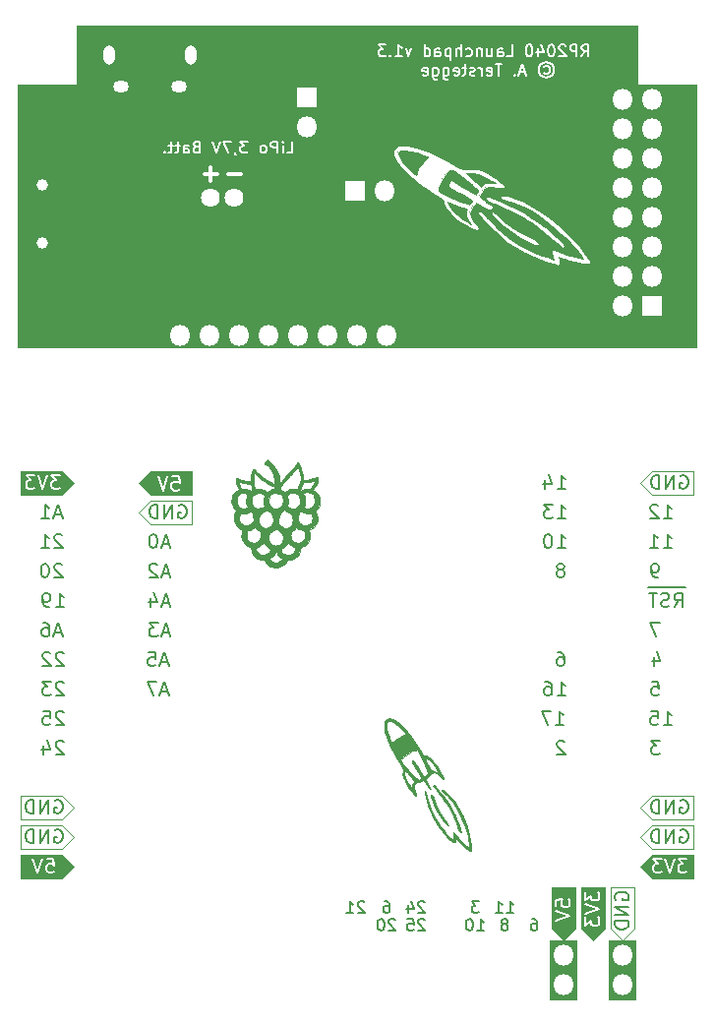
<source format=gbr>
G04 #@! TF.GenerationSoftware,KiCad,Pcbnew,5.1.5+dfsg1-2build2*
G04 #@! TF.CreationDate,2023-01-27T18:25:32+01:00*
G04 #@! TF.ProjectId,rp2040-launchpad-PCB,72703230-3430-42d6-9c61-756e63687061,rev?*
G04 #@! TF.SameCoordinates,Original*
G04 #@! TF.FileFunction,Legend,Bot*
G04 #@! TF.FilePolarity,Positive*
%FSLAX46Y46*%
G04 Gerber Fmt 4.6, Leading zero omitted, Abs format (unit mm)*
G04 Created by KiCad (PCBNEW 5.1.5+dfsg1-2build2) date 2023-01-27 18:25:32*
%MOMM*%
%LPD*%
G04 APERTURE LIST*
%ADD10C,0.100000*%
%ADD11C,0.200000*%
%ADD12C,0.120000*%
%ADD13C,0.010000*%
%ADD14C,0.150000*%
%ADD15O,1.802000X1.802000*%
%ADD16R,1.802000X1.802000*%
%ADD17O,1.002000X1.652000*%
%ADD18O,1.352000X1.052000*%
%ADD19C,1.002000*%
%ADD20C,1.626000*%
%ADD21C,0.200000*%
%ADD22C,0.300000*%
%ADD23C,0.150000*%
%ADD24C,0.010000*%
G04 APERTURE END LIST*
%LPD*%
D10*
G36*
X158496000Y-145034000D02*
G01*
X157480000Y-146050000D01*
X156464000Y-145034000D01*
X156464000Y-141478000D01*
X158496000Y-141478000D01*
X158496000Y-145034000D01*
G37*
X158496000Y-145034000D02*
X157480000Y-146050000D01*
X156464000Y-145034000D01*
X156464000Y-141478000D01*
X158496000Y-141478000D01*
X158496000Y-145034000D01*
G36*
X161036000Y-145034000D02*
G01*
X160020000Y-146050000D01*
X159004000Y-145034000D01*
X159004000Y-141478000D01*
X161036000Y-141478000D01*
X161036000Y-145034000D01*
G37*
X161036000Y-145034000D02*
X160020000Y-146050000D01*
X159004000Y-145034000D01*
X159004000Y-141478000D01*
X161036000Y-141478000D01*
X161036000Y-145034000D01*
D11*
X161960000Y-142595714D02*
X161902857Y-142481428D01*
X161902857Y-142310000D01*
X161960000Y-142138571D01*
X162074285Y-142024285D01*
X162188571Y-141967142D01*
X162417142Y-141910000D01*
X162588571Y-141910000D01*
X162817142Y-141967142D01*
X162931428Y-142024285D01*
X163045714Y-142138571D01*
X163102857Y-142310000D01*
X163102857Y-142424285D01*
X163045714Y-142595714D01*
X162988571Y-142652857D01*
X162588571Y-142652857D01*
X162588571Y-142424285D01*
X163102857Y-143167142D02*
X161902857Y-143167142D01*
X163102857Y-143852857D01*
X161902857Y-143852857D01*
X163102857Y-144424285D02*
X161902857Y-144424285D01*
X161902857Y-144710000D01*
X161960000Y-144881428D01*
X162074285Y-144995714D01*
X162188571Y-145052857D01*
X162417142Y-145110000D01*
X162588571Y-145110000D01*
X162817142Y-145052857D01*
X162931428Y-144995714D01*
X163045714Y-144881428D01*
X163102857Y-144710000D01*
X163102857Y-144424285D01*
D12*
X162560000Y-146050000D02*
X163576000Y-145034000D01*
X163576000Y-145034000D02*
X163576000Y-141478000D01*
X161544000Y-145034000D02*
X162560000Y-146050000D01*
X161544000Y-145034000D02*
X161544000Y-141478000D01*
X161544000Y-141478000D02*
X163576000Y-141478000D01*
D11*
X154749523Y-144232380D02*
X154940000Y-144232380D01*
X155035238Y-144280000D01*
X155082857Y-144327619D01*
X155178095Y-144470476D01*
X155225714Y-144660952D01*
X155225714Y-145041904D01*
X155178095Y-145137142D01*
X155130476Y-145184761D01*
X155035238Y-145232380D01*
X154844761Y-145232380D01*
X154749523Y-145184761D01*
X154701904Y-145137142D01*
X154654285Y-145041904D01*
X154654285Y-144803809D01*
X154701904Y-144708571D01*
X154749523Y-144660952D01*
X154844761Y-144613333D01*
X155035238Y-144613333D01*
X155130476Y-144660952D01*
X155178095Y-144708571D01*
X155225714Y-144803809D01*
X152495238Y-144660952D02*
X152590476Y-144613333D01*
X152638095Y-144565714D01*
X152685714Y-144470476D01*
X152685714Y-144422857D01*
X152638095Y-144327619D01*
X152590476Y-144280000D01*
X152495238Y-144232380D01*
X152304761Y-144232380D01*
X152209523Y-144280000D01*
X152161904Y-144327619D01*
X152114285Y-144422857D01*
X152114285Y-144470476D01*
X152161904Y-144565714D01*
X152209523Y-144613333D01*
X152304761Y-144660952D01*
X152495238Y-144660952D01*
X152590476Y-144708571D01*
X152638095Y-144756190D01*
X152685714Y-144851428D01*
X152685714Y-145041904D01*
X152638095Y-145137142D01*
X152590476Y-145184761D01*
X152495238Y-145232380D01*
X152304761Y-145232380D01*
X152209523Y-145184761D01*
X152161904Y-145137142D01*
X152114285Y-145041904D01*
X152114285Y-144851428D01*
X152161904Y-144756190D01*
X152209523Y-144708571D01*
X152304761Y-144660952D01*
X152590476Y-143708380D02*
X153161904Y-143708380D01*
X152876190Y-143708380D02*
X152876190Y-142708380D01*
X152971428Y-142851238D01*
X153066666Y-142946476D01*
X153161904Y-142994095D01*
X151638095Y-143708380D02*
X152209523Y-143708380D01*
X151923809Y-143708380D02*
X151923809Y-142708380D01*
X152019047Y-142851238D01*
X152114285Y-142946476D01*
X152209523Y-142994095D01*
X150050476Y-145232380D02*
X150621904Y-145232380D01*
X150336190Y-145232380D02*
X150336190Y-144232380D01*
X150431428Y-144375238D01*
X150526666Y-144470476D01*
X150621904Y-144518095D01*
X149431428Y-144232380D02*
X149336190Y-144232380D01*
X149240952Y-144280000D01*
X149193333Y-144327619D01*
X149145714Y-144422857D01*
X149098095Y-144613333D01*
X149098095Y-144851428D01*
X149145714Y-145041904D01*
X149193333Y-145137142D01*
X149240952Y-145184761D01*
X149336190Y-145232380D01*
X149431428Y-145232380D01*
X149526666Y-145184761D01*
X149574285Y-145137142D01*
X149621904Y-145041904D01*
X149669523Y-144851428D01*
X149669523Y-144613333D01*
X149621904Y-144422857D01*
X149574285Y-144327619D01*
X149526666Y-144280000D01*
X149431428Y-144232380D01*
X150193333Y-142708380D02*
X149574285Y-142708380D01*
X149907619Y-143089333D01*
X149764761Y-143089333D01*
X149669523Y-143136952D01*
X149621904Y-143184571D01*
X149574285Y-143279809D01*
X149574285Y-143517904D01*
X149621904Y-143613142D01*
X149669523Y-143660761D01*
X149764761Y-143708380D01*
X150050476Y-143708380D01*
X150145714Y-143660761D01*
X150193333Y-143613142D01*
X145541904Y-144327619D02*
X145494285Y-144280000D01*
X145399047Y-144232380D01*
X145160952Y-144232380D01*
X145065714Y-144280000D01*
X145018095Y-144327619D01*
X144970476Y-144422857D01*
X144970476Y-144518095D01*
X145018095Y-144660952D01*
X145589523Y-145232380D01*
X144970476Y-145232380D01*
X144065714Y-144232380D02*
X144541904Y-144232380D01*
X144589523Y-144708571D01*
X144541904Y-144660952D01*
X144446666Y-144613333D01*
X144208571Y-144613333D01*
X144113333Y-144660952D01*
X144065714Y-144708571D01*
X144018095Y-144803809D01*
X144018095Y-145041904D01*
X144065714Y-145137142D01*
X144113333Y-145184761D01*
X144208571Y-145232380D01*
X144446666Y-145232380D01*
X144541904Y-145184761D01*
X144589523Y-145137142D01*
X145541904Y-142803619D02*
X145494285Y-142756000D01*
X145399047Y-142708380D01*
X145160952Y-142708380D01*
X145065714Y-142756000D01*
X145018095Y-142803619D01*
X144970476Y-142898857D01*
X144970476Y-142994095D01*
X145018095Y-143136952D01*
X145589523Y-143708380D01*
X144970476Y-143708380D01*
X144113333Y-143041714D02*
X144113333Y-143708380D01*
X144351428Y-142660761D02*
X144589523Y-143375047D01*
X143970476Y-143375047D01*
X143001904Y-144327619D02*
X142954285Y-144280000D01*
X142859047Y-144232380D01*
X142620952Y-144232380D01*
X142525714Y-144280000D01*
X142478095Y-144327619D01*
X142430476Y-144422857D01*
X142430476Y-144518095D01*
X142478095Y-144660952D01*
X143049523Y-145232380D01*
X142430476Y-145232380D01*
X141811428Y-144232380D02*
X141716190Y-144232380D01*
X141620952Y-144280000D01*
X141573333Y-144327619D01*
X141525714Y-144422857D01*
X141478095Y-144613333D01*
X141478095Y-144851428D01*
X141525714Y-145041904D01*
X141573333Y-145137142D01*
X141620952Y-145184761D01*
X141716190Y-145232380D01*
X141811428Y-145232380D01*
X141906666Y-145184761D01*
X141954285Y-145137142D01*
X142001904Y-145041904D01*
X142049523Y-144851428D01*
X142049523Y-144613333D01*
X142001904Y-144422857D01*
X141954285Y-144327619D01*
X141906666Y-144280000D01*
X141811428Y-144232380D01*
X142049523Y-142708380D02*
X142240000Y-142708380D01*
X142335238Y-142756000D01*
X142382857Y-142803619D01*
X142478095Y-142946476D01*
X142525714Y-143136952D01*
X142525714Y-143517904D01*
X142478095Y-143613142D01*
X142430476Y-143660761D01*
X142335238Y-143708380D01*
X142144761Y-143708380D01*
X142049523Y-143660761D01*
X142001904Y-143613142D01*
X141954285Y-143517904D01*
X141954285Y-143279809D01*
X142001904Y-143184571D01*
X142049523Y-143136952D01*
X142144761Y-143089333D01*
X142335238Y-143089333D01*
X142430476Y-143136952D01*
X142478095Y-143184571D01*
X142525714Y-143279809D01*
X140334904Y-142803619D02*
X140287285Y-142756000D01*
X140192047Y-142708380D01*
X139953952Y-142708380D01*
X139858714Y-142756000D01*
X139811095Y-142803619D01*
X139763476Y-142898857D01*
X139763476Y-142994095D01*
X139811095Y-143136952D01*
X140382523Y-143708380D01*
X139763476Y-143708380D01*
X138811095Y-143708380D02*
X139382523Y-143708380D01*
X139096809Y-143708380D02*
X139096809Y-142708380D01*
X139192047Y-142851238D01*
X139287285Y-142946476D01*
X139382523Y-142994095D01*
X113690285Y-134020000D02*
X113804571Y-133962857D01*
X113976000Y-133962857D01*
X114147428Y-134020000D01*
X114261714Y-134134285D01*
X114318857Y-134248571D01*
X114376000Y-134477142D01*
X114376000Y-134648571D01*
X114318857Y-134877142D01*
X114261714Y-134991428D01*
X114147428Y-135105714D01*
X113976000Y-135162857D01*
X113861714Y-135162857D01*
X113690285Y-135105714D01*
X113633142Y-135048571D01*
X113633142Y-134648571D01*
X113861714Y-134648571D01*
X113118857Y-135162857D02*
X113118857Y-133962857D01*
X112433142Y-135162857D01*
X112433142Y-133962857D01*
X111861714Y-135162857D02*
X111861714Y-133962857D01*
X111576000Y-133962857D01*
X111404571Y-134020000D01*
X111290285Y-134134285D01*
X111233142Y-134248571D01*
X111176000Y-134477142D01*
X111176000Y-134648571D01*
X111233142Y-134877142D01*
X111290285Y-134991428D01*
X111404571Y-135105714D01*
X111576000Y-135162857D01*
X111861714Y-135162857D01*
D12*
X110744000Y-135636000D02*
X114300000Y-135636000D01*
X114300000Y-135636000D02*
X115316000Y-134620000D01*
X115316000Y-137160000D02*
X114300000Y-136144000D01*
X114300000Y-136144000D02*
X110744000Y-136144000D01*
X110744000Y-136144000D02*
X110744000Y-138176000D01*
X110744000Y-138176000D02*
X114300000Y-138176000D01*
X114300000Y-138176000D02*
X115316000Y-137160000D01*
D10*
G36*
X115316000Y-139700000D02*
G01*
X114300000Y-140716000D01*
X110744000Y-140716000D01*
X110744000Y-138684000D01*
X114300000Y-138684000D01*
X115316000Y-139700000D01*
G37*
X115316000Y-139700000D02*
X114300000Y-140716000D01*
X110744000Y-140716000D01*
X110744000Y-138684000D01*
X114300000Y-138684000D01*
X115316000Y-139700000D01*
D11*
X113690285Y-136560000D02*
X113804571Y-136502857D01*
X113976000Y-136502857D01*
X114147428Y-136560000D01*
X114261714Y-136674285D01*
X114318857Y-136788571D01*
X114376000Y-137017142D01*
X114376000Y-137188571D01*
X114318857Y-137417142D01*
X114261714Y-137531428D01*
X114147428Y-137645714D01*
X113976000Y-137702857D01*
X113861714Y-137702857D01*
X113690285Y-137645714D01*
X113633142Y-137588571D01*
X113633142Y-137188571D01*
X113861714Y-137188571D01*
X113118857Y-137702857D02*
X113118857Y-136502857D01*
X112433142Y-137702857D01*
X112433142Y-136502857D01*
X111861714Y-137702857D02*
X111861714Y-136502857D01*
X111576000Y-136502857D01*
X111404571Y-136560000D01*
X111290285Y-136674285D01*
X111233142Y-136788571D01*
X111176000Y-137017142D01*
X111176000Y-137188571D01*
X111233142Y-137417142D01*
X111290285Y-137531428D01*
X111404571Y-137645714D01*
X111576000Y-137702857D01*
X111861714Y-137702857D01*
D12*
X115316000Y-134620000D02*
X114300000Y-133604000D01*
X114300000Y-133604000D02*
X110744000Y-133604000D01*
X110744000Y-133604000D02*
X110744000Y-135636000D01*
D11*
X167538285Y-136560000D02*
X167652571Y-136502857D01*
X167824000Y-136502857D01*
X167995428Y-136560000D01*
X168109714Y-136674285D01*
X168166857Y-136788571D01*
X168224000Y-137017142D01*
X168224000Y-137188571D01*
X168166857Y-137417142D01*
X168109714Y-137531428D01*
X167995428Y-137645714D01*
X167824000Y-137702857D01*
X167709714Y-137702857D01*
X167538285Y-137645714D01*
X167481142Y-137588571D01*
X167481142Y-137188571D01*
X167709714Y-137188571D01*
X166966857Y-137702857D02*
X166966857Y-136502857D01*
X166281142Y-137702857D01*
X166281142Y-136502857D01*
X165709714Y-137702857D02*
X165709714Y-136502857D01*
X165424000Y-136502857D01*
X165252571Y-136560000D01*
X165138285Y-136674285D01*
X165081142Y-136788571D01*
X165024000Y-137017142D01*
X165024000Y-137188571D01*
X165081142Y-137417142D01*
X165138285Y-137531428D01*
X165252571Y-137645714D01*
X165424000Y-137702857D01*
X165709714Y-137702857D01*
X167538285Y-134020000D02*
X167652571Y-133962857D01*
X167824000Y-133962857D01*
X167995428Y-134020000D01*
X168109714Y-134134285D01*
X168166857Y-134248571D01*
X168224000Y-134477142D01*
X168224000Y-134648571D01*
X168166857Y-134877142D01*
X168109714Y-134991428D01*
X167995428Y-135105714D01*
X167824000Y-135162857D01*
X167709714Y-135162857D01*
X167538285Y-135105714D01*
X167481142Y-135048571D01*
X167481142Y-134648571D01*
X167709714Y-134648571D01*
X166966857Y-135162857D02*
X166966857Y-133962857D01*
X166281142Y-135162857D01*
X166281142Y-133962857D01*
X165709714Y-135162857D02*
X165709714Y-133962857D01*
X165424000Y-133962857D01*
X165252571Y-134020000D01*
X165138285Y-134134285D01*
X165081142Y-134248571D01*
X165024000Y-134477142D01*
X165024000Y-134648571D01*
X165081142Y-134877142D01*
X165138285Y-134991428D01*
X165252571Y-135105714D01*
X165424000Y-135162857D01*
X165709714Y-135162857D01*
D12*
X165100000Y-138176000D02*
X164084000Y-137160000D01*
X164084000Y-134620000D02*
X165100000Y-133604000D01*
X165100000Y-133604000D02*
X168656000Y-133604000D01*
X168656000Y-133604000D02*
X168656000Y-135636000D01*
X168656000Y-135636000D02*
X165100000Y-135636000D01*
X165100000Y-135636000D02*
X164084000Y-134620000D01*
D10*
G36*
X168656000Y-140716000D02*
G01*
X165100000Y-140716000D01*
X164084000Y-139700000D01*
X165100000Y-138684000D01*
X168656000Y-138684000D01*
X168656000Y-140716000D01*
G37*
X168656000Y-140716000D02*
X165100000Y-140716000D01*
X164084000Y-139700000D01*
X165100000Y-138684000D01*
X168656000Y-138684000D01*
X168656000Y-140716000D01*
D12*
X164084000Y-137160000D02*
X165100000Y-136144000D01*
X165100000Y-136144000D02*
X168656000Y-136144000D01*
X168656000Y-136144000D02*
X168656000Y-138176000D01*
X168656000Y-138176000D02*
X165100000Y-138176000D01*
D11*
X167538285Y-106080000D02*
X167652571Y-106022857D01*
X167824000Y-106022857D01*
X167995428Y-106080000D01*
X168109714Y-106194285D01*
X168166857Y-106308571D01*
X168224000Y-106537142D01*
X168224000Y-106708571D01*
X168166857Y-106937142D01*
X168109714Y-107051428D01*
X167995428Y-107165714D01*
X167824000Y-107222857D01*
X167709714Y-107222857D01*
X167538285Y-107165714D01*
X167481142Y-107108571D01*
X167481142Y-106708571D01*
X167709714Y-106708571D01*
X166966857Y-107222857D02*
X166966857Y-106022857D01*
X166281142Y-107222857D01*
X166281142Y-106022857D01*
X165709714Y-107222857D02*
X165709714Y-106022857D01*
X165424000Y-106022857D01*
X165252571Y-106080000D01*
X165138285Y-106194285D01*
X165081142Y-106308571D01*
X165024000Y-106537142D01*
X165024000Y-106708571D01*
X165081142Y-106937142D01*
X165138285Y-107051428D01*
X165252571Y-107165714D01*
X165424000Y-107222857D01*
X165709714Y-107222857D01*
D12*
X164084000Y-106680000D02*
X165100000Y-105664000D01*
X165100000Y-105664000D02*
X168656000Y-105664000D01*
X168656000Y-105664000D02*
X168656000Y-107696000D01*
X168656000Y-107696000D02*
X165100000Y-107696000D01*
X165100000Y-107696000D02*
X164084000Y-106680000D01*
D11*
X156946571Y-107222857D02*
X157632285Y-107222857D01*
X157289428Y-107222857D02*
X157289428Y-106022857D01*
X157403714Y-106194285D01*
X157518000Y-106308571D01*
X157632285Y-106365714D01*
X155918000Y-106422857D02*
X155918000Y-107222857D01*
X156203714Y-105965714D02*
X156489428Y-106822857D01*
X155746571Y-106822857D01*
X156946571Y-109762857D02*
X157632285Y-109762857D01*
X157289428Y-109762857D02*
X157289428Y-108562857D01*
X157403714Y-108734285D01*
X157518000Y-108848571D01*
X157632285Y-108905714D01*
X156546571Y-108562857D02*
X155803714Y-108562857D01*
X156203714Y-109020000D01*
X156032285Y-109020000D01*
X155918000Y-109077142D01*
X155860857Y-109134285D01*
X155803714Y-109248571D01*
X155803714Y-109534285D01*
X155860857Y-109648571D01*
X155918000Y-109705714D01*
X156032285Y-109762857D01*
X156375142Y-109762857D01*
X156489428Y-109705714D01*
X156546571Y-109648571D01*
X156946571Y-112302857D02*
X157632285Y-112302857D01*
X157289428Y-112302857D02*
X157289428Y-111102857D01*
X157403714Y-111274285D01*
X157518000Y-111388571D01*
X157632285Y-111445714D01*
X156203714Y-111102857D02*
X156089428Y-111102857D01*
X155975142Y-111160000D01*
X155918000Y-111217142D01*
X155860857Y-111331428D01*
X155803714Y-111560000D01*
X155803714Y-111845714D01*
X155860857Y-112074285D01*
X155918000Y-112188571D01*
X155975142Y-112245714D01*
X156089428Y-112302857D01*
X156203714Y-112302857D01*
X156318000Y-112245714D01*
X156375142Y-112188571D01*
X156432285Y-112074285D01*
X156489428Y-111845714D01*
X156489428Y-111560000D01*
X156432285Y-111331428D01*
X156375142Y-111217142D01*
X156318000Y-111160000D01*
X156203714Y-111102857D01*
X157340285Y-114157142D02*
X157454571Y-114100000D01*
X157511714Y-114042857D01*
X157568857Y-113928571D01*
X157568857Y-113871428D01*
X157511714Y-113757142D01*
X157454571Y-113700000D01*
X157340285Y-113642857D01*
X157111714Y-113642857D01*
X156997428Y-113700000D01*
X156940285Y-113757142D01*
X156883142Y-113871428D01*
X156883142Y-113928571D01*
X156940285Y-114042857D01*
X156997428Y-114100000D01*
X157111714Y-114157142D01*
X157340285Y-114157142D01*
X157454571Y-114214285D01*
X157511714Y-114271428D01*
X157568857Y-114385714D01*
X157568857Y-114614285D01*
X157511714Y-114728571D01*
X157454571Y-114785714D01*
X157340285Y-114842857D01*
X157111714Y-114842857D01*
X156997428Y-114785714D01*
X156940285Y-114728571D01*
X156883142Y-114614285D01*
X156883142Y-114385714D01*
X156940285Y-114271428D01*
X156997428Y-114214285D01*
X157111714Y-114157142D01*
X156997428Y-121262857D02*
X157226000Y-121262857D01*
X157340285Y-121320000D01*
X157397428Y-121377142D01*
X157511714Y-121548571D01*
X157568857Y-121777142D01*
X157568857Y-122234285D01*
X157511714Y-122348571D01*
X157454571Y-122405714D01*
X157340285Y-122462857D01*
X157111714Y-122462857D01*
X156997428Y-122405714D01*
X156940285Y-122348571D01*
X156883142Y-122234285D01*
X156883142Y-121948571D01*
X156940285Y-121834285D01*
X156997428Y-121777142D01*
X157111714Y-121720000D01*
X157340285Y-121720000D01*
X157454571Y-121777142D01*
X157511714Y-121834285D01*
X157568857Y-121948571D01*
X156946571Y-125002857D02*
X157632285Y-125002857D01*
X157289428Y-125002857D02*
X157289428Y-123802857D01*
X157403714Y-123974285D01*
X157518000Y-124088571D01*
X157632285Y-124145714D01*
X155918000Y-123802857D02*
X156146571Y-123802857D01*
X156260857Y-123860000D01*
X156318000Y-123917142D01*
X156432285Y-124088571D01*
X156489428Y-124317142D01*
X156489428Y-124774285D01*
X156432285Y-124888571D01*
X156375142Y-124945714D01*
X156260857Y-125002857D01*
X156032285Y-125002857D01*
X155918000Y-124945714D01*
X155860857Y-124888571D01*
X155803714Y-124774285D01*
X155803714Y-124488571D01*
X155860857Y-124374285D01*
X155918000Y-124317142D01*
X156032285Y-124260000D01*
X156260857Y-124260000D01*
X156375142Y-124317142D01*
X156432285Y-124374285D01*
X156489428Y-124488571D01*
X156819571Y-127542857D02*
X157505285Y-127542857D01*
X157162428Y-127542857D02*
X157162428Y-126342857D01*
X157276714Y-126514285D01*
X157391000Y-126628571D01*
X157505285Y-126685714D01*
X156419571Y-126342857D02*
X155619571Y-126342857D01*
X156133857Y-127542857D01*
X157568857Y-128997142D02*
X157511714Y-128940000D01*
X157397428Y-128882857D01*
X157111714Y-128882857D01*
X156997428Y-128940000D01*
X156940285Y-128997142D01*
X156883142Y-129111428D01*
X156883142Y-129225714D01*
X156940285Y-129397142D01*
X157626000Y-130082857D01*
X156883142Y-130082857D01*
X165754000Y-128882857D02*
X165011142Y-128882857D01*
X165411142Y-129340000D01*
X165239714Y-129340000D01*
X165125428Y-129397142D01*
X165068285Y-129454285D01*
X165011142Y-129568571D01*
X165011142Y-129854285D01*
X165068285Y-129968571D01*
X165125428Y-130025714D01*
X165239714Y-130082857D01*
X165582571Y-130082857D01*
X165696857Y-130025714D01*
X165754000Y-129968571D01*
X166090571Y-127542857D02*
X166776285Y-127542857D01*
X166433428Y-127542857D02*
X166433428Y-126342857D01*
X166547714Y-126514285D01*
X166662000Y-126628571D01*
X166776285Y-126685714D01*
X165004857Y-126342857D02*
X165576285Y-126342857D01*
X165633428Y-126914285D01*
X165576285Y-126857142D01*
X165462000Y-126800000D01*
X165176285Y-126800000D01*
X165062000Y-126857142D01*
X165004857Y-126914285D01*
X164947714Y-127028571D01*
X164947714Y-127314285D01*
X165004857Y-127428571D01*
X165062000Y-127485714D01*
X165176285Y-127542857D01*
X165462000Y-127542857D01*
X165576285Y-127485714D01*
X165633428Y-127428571D01*
X165068285Y-123802857D02*
X165639714Y-123802857D01*
X165696857Y-124374285D01*
X165639714Y-124317142D01*
X165525428Y-124260000D01*
X165239714Y-124260000D01*
X165125428Y-124317142D01*
X165068285Y-124374285D01*
X165011142Y-124488571D01*
X165011142Y-124774285D01*
X165068285Y-124888571D01*
X165125428Y-124945714D01*
X165239714Y-125002857D01*
X165525428Y-125002857D01*
X165639714Y-124945714D01*
X165696857Y-124888571D01*
X165252428Y-121662857D02*
X165252428Y-122462857D01*
X165538142Y-121205714D02*
X165823857Y-122062857D01*
X165081000Y-122062857D01*
X165754000Y-118722857D02*
X164954000Y-118722857D01*
X165468285Y-119922857D01*
X167998571Y-115716000D02*
X166798571Y-115716000D01*
X167027142Y-117382857D02*
X167427142Y-116811428D01*
X167712857Y-117382857D02*
X167712857Y-116182857D01*
X167255714Y-116182857D01*
X167141428Y-116240000D01*
X167084285Y-116297142D01*
X167027142Y-116411428D01*
X167027142Y-116582857D01*
X167084285Y-116697142D01*
X167141428Y-116754285D01*
X167255714Y-116811428D01*
X167712857Y-116811428D01*
X166798571Y-115716000D02*
X165655714Y-115716000D01*
X166570000Y-117325714D02*
X166398571Y-117382857D01*
X166112857Y-117382857D01*
X165998571Y-117325714D01*
X165941428Y-117268571D01*
X165884285Y-117154285D01*
X165884285Y-117040000D01*
X165941428Y-116925714D01*
X165998571Y-116868571D01*
X166112857Y-116811428D01*
X166341428Y-116754285D01*
X166455714Y-116697142D01*
X166512857Y-116640000D01*
X166570000Y-116525714D01*
X166570000Y-116411428D01*
X166512857Y-116297142D01*
X166455714Y-116240000D01*
X166341428Y-116182857D01*
X166055714Y-116182857D01*
X165884285Y-116240000D01*
X165655714Y-115716000D02*
X164741428Y-115716000D01*
X165541428Y-116182857D02*
X164855714Y-116182857D01*
X165198571Y-117382857D02*
X165198571Y-116182857D01*
X165582571Y-114842857D02*
X165354000Y-114842857D01*
X165239714Y-114785714D01*
X165182571Y-114728571D01*
X165068285Y-114557142D01*
X165011142Y-114328571D01*
X165011142Y-113871428D01*
X165068285Y-113757142D01*
X165125428Y-113700000D01*
X165239714Y-113642857D01*
X165468285Y-113642857D01*
X165582571Y-113700000D01*
X165639714Y-113757142D01*
X165696857Y-113871428D01*
X165696857Y-114157142D01*
X165639714Y-114271428D01*
X165582571Y-114328571D01*
X165468285Y-114385714D01*
X165239714Y-114385714D01*
X165125428Y-114328571D01*
X165068285Y-114271428D01*
X165011142Y-114157142D01*
X166090571Y-112302857D02*
X166776285Y-112302857D01*
X166433428Y-112302857D02*
X166433428Y-111102857D01*
X166547714Y-111274285D01*
X166662000Y-111388571D01*
X166776285Y-111445714D01*
X164947714Y-112302857D02*
X165633428Y-112302857D01*
X165290571Y-112302857D02*
X165290571Y-111102857D01*
X165404857Y-111274285D01*
X165519142Y-111388571D01*
X165633428Y-111445714D01*
X166090571Y-109762857D02*
X166776285Y-109762857D01*
X166433428Y-109762857D02*
X166433428Y-108562857D01*
X166547714Y-108734285D01*
X166662000Y-108848571D01*
X166776285Y-108905714D01*
X165633428Y-108677142D02*
X165576285Y-108620000D01*
X165462000Y-108562857D01*
X165176285Y-108562857D01*
X165062000Y-108620000D01*
X165004857Y-108677142D01*
X164947714Y-108791428D01*
X164947714Y-108905714D01*
X165004857Y-109077142D01*
X165690571Y-109762857D01*
X164947714Y-109762857D01*
X124358285Y-108620000D02*
X124472571Y-108562857D01*
X124644000Y-108562857D01*
X124815428Y-108620000D01*
X124929714Y-108734285D01*
X124986857Y-108848571D01*
X125044000Y-109077142D01*
X125044000Y-109248571D01*
X124986857Y-109477142D01*
X124929714Y-109591428D01*
X124815428Y-109705714D01*
X124644000Y-109762857D01*
X124529714Y-109762857D01*
X124358285Y-109705714D01*
X124301142Y-109648571D01*
X124301142Y-109248571D01*
X124529714Y-109248571D01*
X123786857Y-109762857D02*
X123786857Y-108562857D01*
X123101142Y-109762857D01*
X123101142Y-108562857D01*
X122529714Y-109762857D02*
X122529714Y-108562857D01*
X122244000Y-108562857D01*
X122072571Y-108620000D01*
X121958285Y-108734285D01*
X121901142Y-108848571D01*
X121844000Y-109077142D01*
X121844000Y-109248571D01*
X121901142Y-109477142D01*
X121958285Y-109591428D01*
X122072571Y-109705714D01*
X122244000Y-109762857D01*
X122529714Y-109762857D01*
D12*
X121920000Y-110236000D02*
X120904000Y-109220000D01*
X125476000Y-110236000D02*
X121920000Y-110236000D01*
X125476000Y-108204000D02*
X125476000Y-110236000D01*
X121920000Y-108204000D02*
X125476000Y-108204000D01*
X120904000Y-109220000D02*
X121920000Y-108204000D01*
D10*
G36*
X125476000Y-107696000D02*
G01*
X121920000Y-107696000D01*
X120904000Y-106680000D01*
X121920000Y-105664000D01*
X125476000Y-105664000D01*
X125476000Y-107696000D01*
G37*
X125476000Y-107696000D02*
X121920000Y-107696000D01*
X120904000Y-106680000D01*
X121920000Y-105664000D01*
X125476000Y-105664000D01*
X125476000Y-107696000D01*
G36*
X115316000Y-106680000D02*
G01*
X114300000Y-107696000D01*
X110744000Y-107696000D01*
X110744000Y-105664000D01*
X114300000Y-105664000D01*
X115316000Y-106680000D01*
G37*
X115316000Y-106680000D02*
X114300000Y-107696000D01*
X110744000Y-107696000D01*
X110744000Y-105664000D01*
X114300000Y-105664000D01*
X115316000Y-106680000D01*
D11*
X123412142Y-124660000D02*
X122840714Y-124660000D01*
X123526428Y-125002857D02*
X123126428Y-123802857D01*
X122726428Y-125002857D01*
X122440714Y-123802857D02*
X121640714Y-123802857D01*
X122155000Y-125002857D01*
X123412142Y-122120000D02*
X122840714Y-122120000D01*
X123526428Y-122462857D02*
X123126428Y-121262857D01*
X122726428Y-122462857D01*
X121755000Y-121262857D02*
X122326428Y-121262857D01*
X122383571Y-121834285D01*
X122326428Y-121777142D01*
X122212142Y-121720000D01*
X121926428Y-121720000D01*
X121812142Y-121777142D01*
X121755000Y-121834285D01*
X121697857Y-121948571D01*
X121697857Y-122234285D01*
X121755000Y-122348571D01*
X121812142Y-122405714D01*
X121926428Y-122462857D01*
X122212142Y-122462857D01*
X122326428Y-122405714D01*
X122383571Y-122348571D01*
X123539142Y-119580000D02*
X122967714Y-119580000D01*
X123653428Y-119922857D02*
X123253428Y-118722857D01*
X122853428Y-119922857D01*
X122567714Y-118722857D02*
X121824857Y-118722857D01*
X122224857Y-119180000D01*
X122053428Y-119180000D01*
X121939142Y-119237142D01*
X121882000Y-119294285D01*
X121824857Y-119408571D01*
X121824857Y-119694285D01*
X121882000Y-119808571D01*
X121939142Y-119865714D01*
X122053428Y-119922857D01*
X122396285Y-119922857D01*
X122510571Y-119865714D01*
X122567714Y-119808571D01*
X123539142Y-117040000D02*
X122967714Y-117040000D01*
X123653428Y-117382857D02*
X123253428Y-116182857D01*
X122853428Y-117382857D01*
X121939142Y-116582857D02*
X121939142Y-117382857D01*
X122224857Y-116125714D02*
X122510571Y-116982857D01*
X121767714Y-116982857D01*
X123539142Y-114500000D02*
X122967714Y-114500000D01*
X123653428Y-114842857D02*
X123253428Y-113642857D01*
X122853428Y-114842857D01*
X122510571Y-113757142D02*
X122453428Y-113700000D01*
X122339142Y-113642857D01*
X122053428Y-113642857D01*
X121939142Y-113700000D01*
X121882000Y-113757142D01*
X121824857Y-113871428D01*
X121824857Y-113985714D01*
X121882000Y-114157142D01*
X122567714Y-114842857D01*
X121824857Y-114842857D01*
X123539142Y-111960000D02*
X122967714Y-111960000D01*
X123653428Y-112302857D02*
X123253428Y-111102857D01*
X122853428Y-112302857D01*
X122224857Y-111102857D02*
X122110571Y-111102857D01*
X121996285Y-111160000D01*
X121939142Y-111217142D01*
X121882000Y-111331428D01*
X121824857Y-111560000D01*
X121824857Y-111845714D01*
X121882000Y-112074285D01*
X121939142Y-112188571D01*
X121996285Y-112245714D01*
X122110571Y-112302857D01*
X122224857Y-112302857D01*
X122339142Y-112245714D01*
X122396285Y-112188571D01*
X122453428Y-112074285D01*
X122510571Y-111845714D01*
X122510571Y-111560000D01*
X122453428Y-111331428D01*
X122396285Y-111217142D01*
X122339142Y-111160000D01*
X122224857Y-111102857D01*
X114452285Y-128997142D02*
X114395142Y-128940000D01*
X114280857Y-128882857D01*
X113995142Y-128882857D01*
X113880857Y-128940000D01*
X113823714Y-128997142D01*
X113766571Y-129111428D01*
X113766571Y-129225714D01*
X113823714Y-129397142D01*
X114509428Y-130082857D01*
X113766571Y-130082857D01*
X112738000Y-129282857D02*
X112738000Y-130082857D01*
X113023714Y-128825714D02*
X113309428Y-129682857D01*
X112566571Y-129682857D01*
X114452285Y-126457142D02*
X114395142Y-126400000D01*
X114280857Y-126342857D01*
X113995142Y-126342857D01*
X113880857Y-126400000D01*
X113823714Y-126457142D01*
X113766571Y-126571428D01*
X113766571Y-126685714D01*
X113823714Y-126857142D01*
X114509428Y-127542857D01*
X113766571Y-127542857D01*
X112680857Y-126342857D02*
X113252285Y-126342857D01*
X113309428Y-126914285D01*
X113252285Y-126857142D01*
X113138000Y-126800000D01*
X112852285Y-126800000D01*
X112738000Y-126857142D01*
X112680857Y-126914285D01*
X112623714Y-127028571D01*
X112623714Y-127314285D01*
X112680857Y-127428571D01*
X112738000Y-127485714D01*
X112852285Y-127542857D01*
X113138000Y-127542857D01*
X113252285Y-127485714D01*
X113309428Y-127428571D01*
X114452285Y-123917142D02*
X114395142Y-123860000D01*
X114280857Y-123802857D01*
X113995142Y-123802857D01*
X113880857Y-123860000D01*
X113823714Y-123917142D01*
X113766571Y-124031428D01*
X113766571Y-124145714D01*
X113823714Y-124317142D01*
X114509428Y-125002857D01*
X113766571Y-125002857D01*
X113366571Y-123802857D02*
X112623714Y-123802857D01*
X113023714Y-124260000D01*
X112852285Y-124260000D01*
X112738000Y-124317142D01*
X112680857Y-124374285D01*
X112623714Y-124488571D01*
X112623714Y-124774285D01*
X112680857Y-124888571D01*
X112738000Y-124945714D01*
X112852285Y-125002857D01*
X113195142Y-125002857D01*
X113309428Y-124945714D01*
X113366571Y-124888571D01*
X114452285Y-121377142D02*
X114395142Y-121320000D01*
X114280857Y-121262857D01*
X113995142Y-121262857D01*
X113880857Y-121320000D01*
X113823714Y-121377142D01*
X113766571Y-121491428D01*
X113766571Y-121605714D01*
X113823714Y-121777142D01*
X114509428Y-122462857D01*
X113766571Y-122462857D01*
X113309428Y-121377142D02*
X113252285Y-121320000D01*
X113138000Y-121262857D01*
X112852285Y-121262857D01*
X112738000Y-121320000D01*
X112680857Y-121377142D01*
X112623714Y-121491428D01*
X112623714Y-121605714D01*
X112680857Y-121777142D01*
X113366571Y-122462857D01*
X112623714Y-122462857D01*
X114268142Y-119580000D02*
X113696714Y-119580000D01*
X114382428Y-119922857D02*
X113982428Y-118722857D01*
X113582428Y-119922857D01*
X112668142Y-118722857D02*
X112896714Y-118722857D01*
X113011000Y-118780000D01*
X113068142Y-118837142D01*
X113182428Y-119008571D01*
X113239571Y-119237142D01*
X113239571Y-119694285D01*
X113182428Y-119808571D01*
X113125285Y-119865714D01*
X113011000Y-119922857D01*
X112782428Y-119922857D01*
X112668142Y-119865714D01*
X112611000Y-119808571D01*
X112553857Y-119694285D01*
X112553857Y-119408571D01*
X112611000Y-119294285D01*
X112668142Y-119237142D01*
X112782428Y-119180000D01*
X113011000Y-119180000D01*
X113125285Y-119237142D01*
X113182428Y-119294285D01*
X113239571Y-119408571D01*
X113766571Y-117382857D02*
X114452285Y-117382857D01*
X114109428Y-117382857D02*
X114109428Y-116182857D01*
X114223714Y-116354285D01*
X114338000Y-116468571D01*
X114452285Y-116525714D01*
X113195142Y-117382857D02*
X112966571Y-117382857D01*
X112852285Y-117325714D01*
X112795142Y-117268571D01*
X112680857Y-117097142D01*
X112623714Y-116868571D01*
X112623714Y-116411428D01*
X112680857Y-116297142D01*
X112738000Y-116240000D01*
X112852285Y-116182857D01*
X113080857Y-116182857D01*
X113195142Y-116240000D01*
X113252285Y-116297142D01*
X113309428Y-116411428D01*
X113309428Y-116697142D01*
X113252285Y-116811428D01*
X113195142Y-116868571D01*
X113080857Y-116925714D01*
X112852285Y-116925714D01*
X112738000Y-116868571D01*
X112680857Y-116811428D01*
X112623714Y-116697142D01*
X114325285Y-113757142D02*
X114268142Y-113700000D01*
X114153857Y-113642857D01*
X113868142Y-113642857D01*
X113753857Y-113700000D01*
X113696714Y-113757142D01*
X113639571Y-113871428D01*
X113639571Y-113985714D01*
X113696714Y-114157142D01*
X114382428Y-114842857D01*
X113639571Y-114842857D01*
X112896714Y-113642857D02*
X112782428Y-113642857D01*
X112668142Y-113700000D01*
X112611000Y-113757142D01*
X112553857Y-113871428D01*
X112496714Y-114100000D01*
X112496714Y-114385714D01*
X112553857Y-114614285D01*
X112611000Y-114728571D01*
X112668142Y-114785714D01*
X112782428Y-114842857D01*
X112896714Y-114842857D01*
X113011000Y-114785714D01*
X113068142Y-114728571D01*
X113125285Y-114614285D01*
X113182428Y-114385714D01*
X113182428Y-114100000D01*
X113125285Y-113871428D01*
X113068142Y-113757142D01*
X113011000Y-113700000D01*
X112896714Y-113642857D01*
X114325285Y-111217142D02*
X114268142Y-111160000D01*
X114153857Y-111102857D01*
X113868142Y-111102857D01*
X113753857Y-111160000D01*
X113696714Y-111217142D01*
X113639571Y-111331428D01*
X113639571Y-111445714D01*
X113696714Y-111617142D01*
X114382428Y-112302857D01*
X113639571Y-112302857D01*
X112496714Y-112302857D02*
X113182428Y-112302857D01*
X112839571Y-112302857D02*
X112839571Y-111102857D01*
X112953857Y-111274285D01*
X113068142Y-111388571D01*
X113182428Y-111445714D01*
X114268142Y-109420000D02*
X113696714Y-109420000D01*
X114382428Y-109762857D02*
X113982428Y-108562857D01*
X113582428Y-109762857D01*
X112553857Y-109762857D02*
X113239571Y-109762857D01*
X112896714Y-109762857D02*
X112896714Y-108562857D01*
X113011000Y-108734285D01*
X113125285Y-108848571D01*
X113239571Y-108905714D01*
D10*
G36*
X163703000Y-151130000D02*
G01*
X161417000Y-151130000D01*
X161417000Y-146050000D01*
X163703000Y-146050000D01*
X163703000Y-151130000D01*
G37*
X163703000Y-151130000D02*
X161417000Y-151130000D01*
X161417000Y-146050000D01*
X163703000Y-146050000D01*
X163703000Y-151130000D01*
G36*
X158623000Y-151130000D02*
G01*
X156337000Y-151130000D01*
X156337000Y-146050000D01*
X158623000Y-146050000D01*
X158623000Y-151130000D01*
G37*
X158623000Y-151130000D02*
X156337000Y-151130000D01*
X156337000Y-146050000D01*
X158623000Y-146050000D01*
X158623000Y-151130000D01*
G36*
X163830000Y-72390000D02*
G01*
X168910000Y-72390000D01*
X168910000Y-94996000D01*
X110490000Y-94996000D01*
X110490000Y-72390000D01*
X115570000Y-72390000D01*
X115570000Y-67310000D01*
X163830000Y-67310000D01*
X163830000Y-72390000D01*
G37*
X163830000Y-72390000D02*
X168910000Y-72390000D01*
X168910000Y-94996000D01*
X110490000Y-94996000D01*
X110490000Y-72390000D01*
X115570000Y-72390000D01*
X115570000Y-67310000D01*
X163830000Y-67310000D01*
X163830000Y-72390000D01*
D13*
G36*
X131968917Y-104701432D02*
G01*
X131953465Y-104726915D01*
X131920066Y-104785461D01*
X131875237Y-104865612D01*
X131863633Y-104886552D01*
X131766799Y-105061604D01*
X131840850Y-105114440D01*
X132070816Y-105309092D01*
X132265911Y-105537652D01*
X132423027Y-105794382D01*
X132539056Y-106073547D01*
X132610890Y-106369408D01*
X132632869Y-106576471D01*
X132646547Y-106841243D01*
X132445824Y-106731571D01*
X132264686Y-106628781D01*
X132067602Y-106510470D01*
X131869609Y-106386098D01*
X131685747Y-106265128D01*
X131531053Y-106157022D01*
X131521426Y-106149976D01*
X131309942Y-105983977D01*
X131136392Y-105823171D01*
X130990212Y-105657632D01*
X130970354Y-105632249D01*
X130886426Y-105538027D01*
X130817159Y-105492387D01*
X130762405Y-105495318D01*
X130722012Y-105546809D01*
X130701893Y-105613200D01*
X130689252Y-105667458D01*
X130667740Y-105754111D01*
X130641521Y-105856457D01*
X130635410Y-105879900D01*
X130607886Y-106006052D01*
X130583595Y-106154283D01*
X130567127Y-106295888D01*
X130565377Y-106318049D01*
X130548502Y-106552999D01*
X130431601Y-106552791D01*
X130255718Y-106544455D01*
X130072357Y-106521765D01*
X129892075Y-106487296D01*
X129725428Y-106443626D01*
X129582975Y-106393330D01*
X129475270Y-106338985D01*
X129436471Y-106309954D01*
X129371170Y-106276226D01*
X129309360Y-106290580D01*
X129284766Y-106313186D01*
X129268038Y-106366962D01*
X129269884Y-106457373D01*
X129288154Y-106574672D01*
X129320700Y-106709113D01*
X129365373Y-106850949D01*
X129420023Y-106990435D01*
X129447132Y-107049498D01*
X129560376Y-107283735D01*
X129493038Y-107314313D01*
X129371860Y-107386282D01*
X129246678Y-107488995D01*
X129134879Y-107607121D01*
X129084315Y-107674714D01*
X128979835Y-107874321D01*
X128921412Y-108086667D01*
X128908423Y-108304451D01*
X128940244Y-108520371D01*
X129016252Y-108727126D01*
X129135823Y-108917415D01*
X129196422Y-108988047D01*
X129313347Y-109113049D01*
X129237882Y-109261774D01*
X129153360Y-109480668D01*
X129117960Y-109702445D01*
X129130695Y-109921632D01*
X129190580Y-110132756D01*
X129296628Y-110330344D01*
X129447853Y-110508923D01*
X129465613Y-110525701D01*
X129554298Y-110599613D01*
X129648134Y-110664969D01*
X129727239Y-110707962D01*
X129729231Y-110708784D01*
X129800034Y-110741718D01*
X129831546Y-110770361D01*
X129833436Y-110803960D01*
X129832496Y-110807500D01*
X129790450Y-110960517D01*
X129762562Y-111077198D01*
X129747660Y-111169639D01*
X129744573Y-111249936D01*
X129752132Y-111330184D01*
X129769166Y-111422481D01*
X129771782Y-111434899D01*
X129835260Y-111630707D01*
X129936336Y-111817482D01*
X130062706Y-111973894D01*
X130169086Y-112063695D01*
X130297691Y-112147820D01*
X130429315Y-112214955D01*
X130533441Y-112251247D01*
X130570156Y-112264446D01*
X130591798Y-112290393D01*
X130604152Y-112341942D01*
X130612621Y-112427151D01*
X130653191Y-112628128D01*
X130737596Y-112815449D01*
X130859426Y-112982931D01*
X131012268Y-113124392D01*
X131189710Y-113233650D01*
X131385342Y-113304523D01*
X131548230Y-113329288D01*
X131740360Y-113340780D01*
X131800107Y-113453404D01*
X131878468Y-113566447D01*
X131990459Y-113682980D01*
X132121667Y-113789988D01*
X132257681Y-113874453D01*
X132276910Y-113884039D01*
X132355876Y-113918472D01*
X132430569Y-113940503D01*
X132517670Y-113953372D01*
X132633856Y-113960318D01*
X132676900Y-113961732D01*
X132848503Y-113961026D01*
X132979812Y-113948103D01*
X133037935Y-113934326D01*
X133196527Y-113864081D01*
X133351762Y-113762074D01*
X133490577Y-113639202D01*
X133599909Y-113506363D01*
X133645344Y-113427624D01*
X133669194Y-113382165D01*
X133695670Y-113355289D01*
X133738265Y-113341172D01*
X133810472Y-113333989D01*
X133869671Y-113330784D01*
X134076998Y-113295937D01*
X134253467Y-113223858D01*
X133256827Y-113223858D01*
X133195464Y-113307211D01*
X133100870Y-113401637D01*
X132974017Y-113481931D01*
X132833247Y-113538448D01*
X132713261Y-113560800D01*
X132667571Y-113555325D01*
X132593203Y-113538476D01*
X132538691Y-113523389D01*
X132430173Y-113478343D01*
X132329113Y-113405474D01*
X132277041Y-113356459D01*
X132150122Y-113229540D01*
X132210311Y-113189516D01*
X132346165Y-113080198D01*
X132472384Y-112943924D01*
X132577827Y-112795000D01*
X132651351Y-112647731D01*
X132665950Y-112604550D01*
X132692286Y-112534485D01*
X132717030Y-112499821D01*
X132734800Y-112504936D01*
X132740400Y-112543987D01*
X132751352Y-112588562D01*
X132780313Y-112663218D01*
X132821447Y-112753181D01*
X132829558Y-112769589D01*
X132946100Y-112952801D01*
X133095418Y-113109101D01*
X133195464Y-113184079D01*
X133256827Y-113223858D01*
X134253467Y-113223858D01*
X134270774Y-113216789D01*
X134444763Y-113099308D01*
X134592734Y-112949465D01*
X134708451Y-112773227D01*
X134785682Y-112576564D01*
X134813848Y-112426719D01*
X134822001Y-112359757D01*
X134391400Y-112359757D01*
X134366106Y-112501657D01*
X134290608Y-112643527D01*
X134238407Y-112709294D01*
X134107469Y-112822625D01*
X133956422Y-112891997D01*
X133792533Y-112916247D01*
X133623067Y-112894211D01*
X133469364Y-112832535D01*
X133376295Y-112769024D01*
X133295540Y-112689997D01*
X133232148Y-112604307D01*
X133191168Y-112520805D01*
X133177650Y-112448342D01*
X133181010Y-112439040D01*
X132251828Y-112439040D01*
X132235394Y-112500186D01*
X132233038Y-112507368D01*
X132165552Y-112638269D01*
X132059668Y-112755934D01*
X131927743Y-112849303D01*
X131787900Y-112905855D01*
X131677790Y-112917382D01*
X131548415Y-112906185D01*
X131424233Y-112875412D01*
X131368050Y-112851817D01*
X131216476Y-112747668D01*
X131102980Y-112611036D01*
X131030718Y-112446128D01*
X131015648Y-112381952D01*
X131005102Y-112311365D01*
X131009685Y-112277526D01*
X131031554Y-112268064D01*
X131035530Y-112267979D01*
X131110030Y-112251690D01*
X131208907Y-112207800D01*
X131319702Y-112143694D01*
X131429957Y-112066755D01*
X131527215Y-111984366D01*
X131546994Y-111964851D01*
X131693876Y-111814742D01*
X131778988Y-111948268D01*
X131840217Y-112029798D01*
X131925985Y-112125783D01*
X132023325Y-112223399D01*
X132119271Y-112309821D01*
X132200856Y-112372223D01*
X132218928Y-112383398D01*
X132247003Y-112405947D01*
X132251828Y-112439040D01*
X133181010Y-112439040D01*
X133196644Y-112395769D01*
X133212971Y-112383104D01*
X133273676Y-112339654D01*
X133353665Y-112269290D01*
X133442477Y-112182829D01*
X133529651Y-112091086D01*
X133604727Y-112004876D01*
X133657242Y-111935017D01*
X133672487Y-111908012D01*
X133702027Y-111848109D01*
X133724739Y-111814317D01*
X133729539Y-111811499D01*
X133751561Y-111830712D01*
X133790148Y-111878183D01*
X133807200Y-111901497D01*
X133891163Y-111994225D01*
X134006041Y-112087996D01*
X134133890Y-112169953D01*
X134256764Y-112227244D01*
X134266796Y-112230695D01*
X134340193Y-112257698D01*
X134377136Y-112283661D01*
X134390033Y-112321438D01*
X134391400Y-112359757D01*
X134822001Y-112359757D01*
X134824386Y-112340169D01*
X134838521Y-112290192D01*
X134864375Y-112262762D01*
X134910069Y-112243856D01*
X134921985Y-112239966D01*
X135130823Y-112147494D01*
X135314275Y-112016100D01*
X135466026Y-111852078D01*
X135579758Y-111661720D01*
X135627117Y-111537496D01*
X135654764Y-111396222D01*
X135663573Y-111230000D01*
X135662662Y-111214481D01*
X135238072Y-111214481D01*
X135236520Y-111326033D01*
X135222559Y-111410364D01*
X135191675Y-111490437D01*
X135178687Y-111516573D01*
X135078952Y-111658319D01*
X134945529Y-111769619D01*
X134832662Y-111825866D01*
X134715052Y-111850486D01*
X134575799Y-111851434D01*
X134437359Y-111830255D01*
X134327153Y-111791100D01*
X134183386Y-111690704D01*
X134077917Y-111559541D01*
X134017266Y-111413210D01*
X133340164Y-111413210D01*
X133338507Y-111523350D01*
X133317775Y-111628228D01*
X133315289Y-111636895D01*
X133244060Y-111796807D01*
X133137089Y-111925829D01*
X133001607Y-112020164D01*
X132844844Y-112076014D01*
X132674030Y-112089583D01*
X132508205Y-112060721D01*
X132394665Y-112006510D01*
X132282074Y-111918498D01*
X132187191Y-111811164D01*
X132149563Y-111750920D01*
X132112370Y-111641529D01*
X132094742Y-111501178D01*
X132097003Y-111345923D01*
X132114310Y-111227244D01*
X131430507Y-111227244D01*
X131408984Y-111405199D01*
X131343120Y-111563013D01*
X131237015Y-111694672D01*
X131094764Y-111794161D01*
X131022662Y-111825866D01*
X130905052Y-111850486D01*
X130765799Y-111851434D01*
X130627359Y-111830255D01*
X130517153Y-111791100D01*
X130374081Y-111689510D01*
X130259570Y-111548598D01*
X130235087Y-111506000D01*
X130206521Y-111424257D01*
X130190993Y-111319306D01*
X130187407Y-111201729D01*
X130194665Y-111082109D01*
X130211671Y-110971027D01*
X130237329Y-110879065D01*
X130270541Y-110816804D01*
X130308794Y-110794800D01*
X130394607Y-110780825D01*
X130506471Y-110742995D01*
X130629441Y-110687452D01*
X130748569Y-110620338D01*
X130774735Y-110603321D01*
X130944537Y-110489456D01*
X130982903Y-110546878D01*
X131029153Y-110604619D01*
X131096159Y-110675062D01*
X131171759Y-110746905D01*
X131243791Y-110808845D01*
X131300094Y-110849583D01*
X131318038Y-110858312D01*
X131363539Y-110897901D01*
X131399049Y-110979920D01*
X131422190Y-111096572D01*
X131430507Y-111227244D01*
X132114310Y-111227244D01*
X132119477Y-111191817D01*
X132136917Y-111125000D01*
X132165121Y-111043243D01*
X132197016Y-110992799D01*
X132248221Y-110955883D01*
X132313135Y-110924346D01*
X132403374Y-110873321D01*
X132504043Y-110801780D01*
X132580732Y-110736616D01*
X132714779Y-110609840D01*
X132840222Y-110727178D01*
X132932039Y-110802836D01*
X133036869Y-110874522D01*
X133104874Y-110912790D01*
X133183480Y-110954171D01*
X133229881Y-110991993D01*
X133258376Y-111043141D01*
X133282825Y-111122882D01*
X133321889Y-111284242D01*
X133340164Y-111413210D01*
X134017266Y-111413210D01*
X134012800Y-111402436D01*
X133990086Y-111224212D01*
X134008973Y-111042974D01*
X134030194Y-110957538D01*
X134057540Y-110903805D01*
X134103504Y-110863078D01*
X134147355Y-110835851D01*
X134239430Y-110769913D01*
X134335499Y-110682267D01*
X134418229Y-110589958D01*
X134461798Y-110526670D01*
X134480367Y-110502098D01*
X134504166Y-110502408D01*
X134545343Y-110531402D01*
X134584498Y-110565073D01*
X134711277Y-110655034D01*
X134863608Y-110731325D01*
X135016757Y-110782131D01*
X135055317Y-110789993D01*
X135123413Y-110805510D01*
X135161747Y-110832219D01*
X135187294Y-110885754D01*
X135199011Y-110922338D01*
X135217984Y-111009122D01*
X135232261Y-111120272D01*
X135238072Y-111214481D01*
X135662662Y-111214481D01*
X135653644Y-111061022D01*
X135625078Y-110911477D01*
X135624276Y-110908695D01*
X135603157Y-110831352D01*
X135591025Y-110777424D01*
X135590047Y-110760319D01*
X135816163Y-110633482D01*
X136001427Y-110481156D01*
X136144052Y-110305518D01*
X136242252Y-110108746D01*
X136292828Y-109903772D01*
X136297208Y-109753400D01*
X135874138Y-109753400D01*
X135851055Y-109928309D01*
X135787572Y-110079862D01*
X135690182Y-110204234D01*
X135565382Y-110297601D01*
X135419664Y-110356140D01*
X135259523Y-110376027D01*
X135091454Y-110353438D01*
X134948293Y-110298533D01*
X134808110Y-110201694D01*
X134707708Y-110074312D01*
X134666885Y-109968286D01*
X134187643Y-109968286D01*
X134163718Y-110136946D01*
X134098193Y-110286106D01*
X133998132Y-110410844D01*
X133870599Y-110506237D01*
X133722657Y-110567363D01*
X133561370Y-110589299D01*
X133393801Y-110567123D01*
X133348588Y-110553001D01*
X133191332Y-110471991D01*
X133066300Y-110353516D01*
X132977397Y-110202291D01*
X132933230Y-110051940D01*
X132931798Y-110017635D01*
X132485089Y-110017635D01*
X132449423Y-110190086D01*
X132372494Y-110337323D01*
X132254549Y-110457007D01*
X132225068Y-110478100D01*
X132062446Y-110558443D01*
X131888315Y-110590194D01*
X131708663Y-110572452D01*
X131668694Y-110561729D01*
X131565685Y-110512573D01*
X131457996Y-110431921D01*
X131362121Y-110334450D01*
X131294555Y-110234840D01*
X131289514Y-110224283D01*
X131254643Y-110101964D01*
X131243521Y-109952215D01*
X131256376Y-109792635D01*
X131268612Y-109737465D01*
X130794371Y-109737465D01*
X130782116Y-109897666D01*
X130741163Y-110020432D01*
X130636439Y-110172176D01*
X130504872Y-110283522D01*
X130352956Y-110352399D01*
X130187188Y-110376739D01*
X130014064Y-110354472D01*
X129868293Y-110298533D01*
X129731895Y-110202786D01*
X129631608Y-110075002D01*
X129568918Y-109920313D01*
X129545311Y-109743855D01*
X129562272Y-109550759D01*
X129605322Y-109389857D01*
X129634754Y-109316506D01*
X129660772Y-109284499D01*
X129688981Y-109284923D01*
X129734251Y-109295341D01*
X129813261Y-109306098D01*
X129909021Y-109314886D01*
X129910317Y-109314978D01*
X130132330Y-109306302D01*
X130347882Y-109250964D01*
X130492500Y-109183418D01*
X130559890Y-109150816D01*
X130612077Y-109135825D01*
X130625363Y-109136570D01*
X130646970Y-109164378D01*
X130677584Y-109228912D01*
X130711784Y-109318195D01*
X130724327Y-109355304D01*
X130775039Y-109553919D01*
X130794371Y-109737465D01*
X131268612Y-109737465D01*
X131282366Y-109675460D01*
X131330991Y-109525936D01*
X131378501Y-109409608D01*
X131422361Y-109331682D01*
X131460034Y-109297361D01*
X131467178Y-109296179D01*
X131518420Y-109283743D01*
X131597961Y-109251310D01*
X131691238Y-109206153D01*
X131783688Y-109155541D01*
X131860748Y-109106744D01*
X131888016Y-109086084D01*
X131962732Y-109023982D01*
X132120479Y-109128341D01*
X132213589Y-109195550D01*
X132276021Y-109258191D01*
X132323132Y-109333180D01*
X132342030Y-109372400D01*
X132431640Y-109606452D01*
X132479244Y-109822311D01*
X132485089Y-110017635D01*
X132931798Y-110017635D01*
X132928583Y-109940694D01*
X132946283Y-109797306D01*
X132984128Y-109634110D01*
X133036615Y-109472292D01*
X133078453Y-109369477D01*
X133122495Y-109291832D01*
X133180116Y-109225177D01*
X133262686Y-109155334D01*
X133332462Y-109103438D01*
X133454624Y-109014827D01*
X133535662Y-109083237D01*
X133601978Y-109130477D01*
X133690607Y-109182442D01*
X133786900Y-109231831D01*
X133876213Y-109271343D01*
X133943898Y-109293676D01*
X133962823Y-109296179D01*
X133999182Y-109319613D01*
X134039777Y-109383109D01*
X134081208Y-109476505D01*
X134120077Y-109589640D01*
X134152985Y-109712352D01*
X134176533Y-109834480D01*
X134187321Y-109945863D01*
X134187643Y-109968286D01*
X134666885Y-109968286D01*
X134647503Y-109917949D01*
X134627910Y-109734170D01*
X134649343Y-109524539D01*
X134694931Y-109343693D01*
X134732347Y-109233267D01*
X134766426Y-109166988D01*
X134804881Y-109139420D01*
X134855425Y-109145126D01*
X134925771Y-109178671D01*
X134927624Y-109179694D01*
X135142257Y-109271151D01*
X135365503Y-109314155D01*
X135519684Y-109314978D01*
X135615399Y-109306277D01*
X135694441Y-109295644D01*
X135739907Y-109285360D01*
X135740240Y-109285223D01*
X135770309Y-109296877D01*
X135801123Y-109349102D01*
X135829794Y-109431800D01*
X135853434Y-109534870D01*
X135869155Y-109648215D01*
X135874138Y-109753400D01*
X136297208Y-109753400D01*
X136299346Y-109680042D01*
X136260808Y-109457039D01*
X136192819Y-109276602D01*
X136114878Y-109117304D01*
X136234921Y-108984502D01*
X136374956Y-108794163D01*
X136468011Y-108587664D01*
X136513344Y-108369890D01*
X136511918Y-108267901D01*
X136088490Y-108267901D01*
X136061885Y-108444892D01*
X135996411Y-108600744D01*
X135893656Y-108730184D01*
X135755206Y-108827937D01*
X135726953Y-108841607D01*
X135603106Y-108877200D01*
X135458000Y-108887945D01*
X135314876Y-108873499D01*
X135230115Y-108848942D01*
X135167835Y-108819967D01*
X135131678Y-108795297D01*
X135128000Y-108788670D01*
X135137767Y-108756301D01*
X135162833Y-108694139D01*
X135184334Y-108645378D01*
X135213402Y-108569901D01*
X135230916Y-108489578D01*
X135239432Y-108388084D01*
X135241484Y-108280200D01*
X135241179Y-108274515D01*
X134816430Y-108274515D01*
X134789654Y-108454061D01*
X134723220Y-108609361D01*
X134618190Y-108736806D01*
X134475626Y-108832787D01*
X134456953Y-108841607D01*
X134339580Y-108875831D01*
X134201137Y-108888182D01*
X134064933Y-108878160D01*
X133969244Y-108852060D01*
X133891904Y-108811791D01*
X133807033Y-108756413D01*
X133781204Y-108736927D01*
X133683488Y-108659535D01*
X133723777Y-108565117D01*
X133752458Y-108457455D01*
X133764693Y-108319400D01*
X133764411Y-108308959D01*
X133339154Y-108308959D01*
X133313405Y-108460512D01*
X133250366Y-108593457D01*
X133150070Y-108713084D01*
X133072606Y-108779158D01*
X132993737Y-108832378D01*
X132942797Y-108856541D01*
X132819784Y-108880914D01*
X132680787Y-108885758D01*
X132547488Y-108871706D01*
X132447317Y-108842086D01*
X132341074Y-108773385D01*
X132238781Y-108672485D01*
X132155047Y-108556354D01*
X132105241Y-108444729D01*
X132085066Y-108295185D01*
X132097895Y-108115132D01*
X132143076Y-107912112D01*
X132154691Y-107873399D01*
X132181035Y-107788844D01*
X131757559Y-107788844D01*
X131714732Y-107913872D01*
X131662811Y-108133004D01*
X131660349Y-108344852D01*
X131685203Y-108480382D01*
X131727519Y-108642465D01*
X131658260Y-108714756D01*
X131541463Y-108811384D01*
X131410764Y-108866901D01*
X131254873Y-108885497D01*
X131201227Y-108884492D01*
X131089193Y-108875149D01*
X131004853Y-108854711D01*
X130925321Y-108816815D01*
X130897098Y-108799930D01*
X130777376Y-108701924D01*
X130696372Y-108598799D01*
X130660310Y-108536846D01*
X130637894Y-108483230D01*
X130626090Y-108422935D01*
X130621864Y-108340945D01*
X130622084Y-108231171D01*
X130627641Y-108099317D01*
X130640216Y-107982361D01*
X130657929Y-107896799D01*
X130661339Y-107886500D01*
X130683309Y-107836020D01*
X130713806Y-107795975D01*
X130763131Y-107757765D01*
X130841581Y-107712792D01*
X130864980Y-107700708D01*
X130322434Y-107700708D01*
X130256423Y-107844404D01*
X130200668Y-108016274D01*
X130176438Y-108208709D01*
X130184597Y-108402110D01*
X130224346Y-108572300D01*
X130255220Y-108658917D01*
X130280352Y-108730262D01*
X130292521Y-108765619D01*
X130282763Y-108806337D01*
X130230869Y-108841126D01*
X130145404Y-108867198D01*
X130034934Y-108881767D01*
X129931227Y-108883158D01*
X129820692Y-108874953D01*
X129738098Y-108855955D01*
X129660794Y-108819966D01*
X129627098Y-108799930D01*
X129507376Y-108701924D01*
X129426372Y-108598799D01*
X129390222Y-108536547D01*
X129367687Y-108482307D01*
X129355662Y-108421002D01*
X129351042Y-108337553D01*
X129350646Y-108231171D01*
X129353549Y-108104506D01*
X129362388Y-108014019D01*
X129379472Y-107945216D01*
X129405570Y-107886500D01*
X129506659Y-107744520D01*
X129637999Y-107637066D01*
X129753699Y-107583029D01*
X129843728Y-107559575D01*
X129926897Y-107556218D01*
X130018265Y-107574880D01*
X130132890Y-107617486D01*
X130178867Y-107637341D01*
X130322434Y-107700708D01*
X130864980Y-107700708D01*
X130914459Y-107675156D01*
X131061709Y-107605593D01*
X131178847Y-107564297D01*
X131276982Y-107549846D01*
X131367223Y-107560819D01*
X131460679Y-107595794D01*
X131476167Y-107603272D01*
X131565200Y-107651407D01*
X131647245Y-107702524D01*
X131683830Y-107729160D01*
X131757559Y-107788844D01*
X132181035Y-107788844D01*
X132206005Y-107708700D01*
X132377512Y-107635751D01*
X132475714Y-107596851D01*
X132551959Y-107577105D01*
X132629603Y-107572699D01*
X132724329Y-107579096D01*
X132900916Y-107601213D01*
X133034572Y-107633407D01*
X133132882Y-107680365D01*
X133203427Y-107746778D01*
X133253792Y-107837335D01*
X133283075Y-107924600D01*
X133328687Y-108132440D01*
X133339154Y-108308959D01*
X133764411Y-108308959D01*
X133760609Y-108168578D01*
X133740337Y-108022615D01*
X133719202Y-107940748D01*
X133693500Y-107849102D01*
X133689965Y-107783628D01*
X133714526Y-107732979D01*
X133773113Y-107685806D01*
X133871654Y-107630765D01*
X133884720Y-107623984D01*
X133978949Y-107578372D01*
X134050317Y-107554626D01*
X134119174Y-107547900D01*
X134188200Y-107551699D01*
X134284980Y-107567617D01*
X134402356Y-107597178D01*
X134510521Y-107632440D01*
X134693142Y-107700751D01*
X134746754Y-107857125D01*
X134802484Y-108074334D01*
X134816430Y-108274515D01*
X135241179Y-108274515D01*
X135230682Y-108078900D01*
X135194844Y-107912091D01*
X135131078Y-107768546D01*
X135095224Y-107712423D01*
X135068334Y-107671223D01*
X135062131Y-107641918D01*
X135082950Y-107615096D01*
X135137126Y-107581348D01*
X135209539Y-107542617D01*
X135342751Y-107499469D01*
X135494482Y-107496639D01*
X135652830Y-107533756D01*
X135712200Y-107558229D01*
X135830913Y-107620685D01*
X135913135Y-107685610D01*
X135971983Y-107766415D01*
X136018748Y-107871602D01*
X136074640Y-108075046D01*
X136088490Y-108267901D01*
X136511918Y-108267901D01*
X136510208Y-108145727D01*
X136457862Y-107920062D01*
X136413799Y-107809932D01*
X136331143Y-107670177D01*
X136217064Y-107531705D01*
X136087810Y-107412512D01*
X136000563Y-107352252D01*
X135887918Y-107286238D01*
X136016301Y-107129169D01*
X136155450Y-106942427D01*
X136253660Y-106769670D01*
X136314987Y-106601295D01*
X136334516Y-106482328D01*
X136118181Y-106482328D01*
X136102086Y-106549414D01*
X136066000Y-106653073D01*
X136002812Y-106768129D01*
X135907676Y-106902698D01*
X135840936Y-106986796D01*
X135774648Y-107069469D01*
X135722652Y-107137308D01*
X135692021Y-107180923D01*
X135686832Y-107191395D01*
X135663233Y-107199151D01*
X135599692Y-107207085D01*
X135507051Y-107214063D01*
X135437061Y-107217522D01*
X135313902Y-107224212D01*
X135223598Y-107235366D01*
X135148208Y-107255146D01*
X135069788Y-107287716D01*
X135011611Y-107316242D01*
X134926067Y-107356468D01*
X134857983Y-107383011D01*
X134819682Y-107391205D01*
X134816522Y-107390117D01*
X134817571Y-107362101D01*
X134834573Y-107296512D01*
X134864665Y-107202964D01*
X134904985Y-107091073D01*
X134907555Y-107084282D01*
X134952193Y-106964740D01*
X134991292Y-106856556D01*
X135020540Y-106771888D01*
X135035367Y-106723930D01*
X135048601Y-106685171D01*
X135072406Y-106664430D01*
X135120310Y-106656106D01*
X135202846Y-106654600D01*
X135417430Y-106642698D01*
X135648263Y-106609879D01*
X135867511Y-106560474D01*
X135933743Y-106540898D01*
X136118181Y-106482328D01*
X136334516Y-106482328D01*
X136343485Y-106427699D01*
X136346671Y-106346560D01*
X136338059Y-106263842D01*
X136307227Y-106218395D01*
X136248438Y-106207798D01*
X136155959Y-106229631D01*
X136109471Y-106246432D01*
X135880688Y-106323105D01*
X135641480Y-106383603D01*
X135412687Y-106423075D01*
X135304508Y-106433698D01*
X135087316Y-106448213D01*
X135084729Y-106283358D01*
X134866749Y-106283358D01*
X134861439Y-106415880D01*
X134837987Y-106552969D01*
X134796543Y-106703236D01*
X134737256Y-106875291D01*
X134660275Y-107077744D01*
X134645921Y-107114572D01*
X134590288Y-107257045D01*
X134250887Y-107244900D01*
X134113036Y-107240367D01*
X134014049Y-107239313D01*
X133942028Y-107243250D01*
X133885076Y-107253686D01*
X133831295Y-107272131D01*
X133768786Y-107300095D01*
X133751393Y-107308283D01*
X133659318Y-107355164D01*
X133577405Y-107402789D01*
X133527800Y-107437460D01*
X133477955Y-107477703D01*
X133448127Y-107488089D01*
X133419112Y-107471040D01*
X133399617Y-107453629D01*
X133355346Y-107421722D01*
X133282248Y-107376875D01*
X133202855Y-107332456D01*
X133049376Y-107250453D01*
X133123454Y-107103897D01*
X132611877Y-107103897D01*
X132604247Y-107144812D01*
X132586507Y-107181150D01*
X132547086Y-107209282D01*
X132474555Y-107235890D01*
X132423888Y-107250283D01*
X132288565Y-107299850D01*
X132158270Y-107369199D01*
X132124942Y-107391714D01*
X132055768Y-107441458D01*
X132005495Y-107477130D01*
X131985608Y-107490626D01*
X131963302Y-107478968D01*
X131909426Y-107446176D01*
X131834915Y-107398934D01*
X131822389Y-107390856D01*
X131731970Y-107338238D01*
X130690692Y-107338238D01*
X130656350Y-107373977D01*
X130625726Y-107390290D01*
X130591138Y-107391541D01*
X130540489Y-107374853D01*
X130461686Y-107337347D01*
X130425975Y-107319160D01*
X130335359Y-107275080D01*
X130260098Y-107247035D01*
X130181938Y-107230658D01*
X130082621Y-107221578D01*
X130001866Y-107217676D01*
X129755900Y-107207593D01*
X129651484Y-106975546D01*
X129604839Y-106868750D01*
X129565262Y-106772373D01*
X129538341Y-106700310D01*
X129530833Y-106675571D01*
X129514597Y-106607643D01*
X129650215Y-106655309D01*
X129895054Y-106718950D01*
X130178059Y-106751487D01*
X130341792Y-106756008D01*
X130572084Y-106756200D01*
X130618112Y-107003850D01*
X130640046Y-107114394D01*
X130661387Y-107209138D01*
X130679021Y-107274820D01*
X130686360Y-107294447D01*
X130690692Y-107338238D01*
X131731970Y-107338238D01*
X131722458Y-107332703D01*
X131617423Y-107281605D01*
X131537522Y-107251156D01*
X131428078Y-107228965D01*
X131294516Y-107216625D01*
X131156827Y-107214667D01*
X131035004Y-107223620D01*
X130971589Y-107236164D01*
X130921231Y-107247911D01*
X130896266Y-107237168D01*
X130884199Y-107192798D01*
X130878983Y-107153614D01*
X130868469Y-107081013D01*
X130851611Y-106976473D01*
X130831353Y-106857996D01*
X130822285Y-106807000D01*
X130800911Y-106641499D01*
X130791396Y-106459697D01*
X130793486Y-106277516D01*
X130806927Y-106110878D01*
X130831464Y-105975707D01*
X130835809Y-105960069D01*
X130864503Y-105862439D01*
X131034102Y-106024734D01*
X131182810Y-106160020D01*
X131342305Y-106290372D01*
X131519568Y-106420640D01*
X131721579Y-106555673D01*
X131955318Y-106700322D01*
X132227766Y-106859437D01*
X132270500Y-106883771D01*
X132386549Y-106949736D01*
X132486037Y-107006412D01*
X132561019Y-107049264D01*
X132603552Y-107073757D01*
X132610101Y-107077655D01*
X132611877Y-107103897D01*
X133123454Y-107103897D01*
X133143150Y-107064932D01*
X133208571Y-106946605D01*
X133288224Y-106824551D01*
X133386697Y-106693042D01*
X133508576Y-106546345D01*
X133658448Y-106378731D01*
X133840901Y-106184469D01*
X133883491Y-106140058D01*
X133991490Y-106026500D01*
X134086284Y-105924382D01*
X134162560Y-105839631D01*
X134215005Y-105778172D01*
X134238305Y-105745933D01*
X134239000Y-105743522D01*
X134258882Y-105711500D01*
X134289506Y-105689557D01*
X134328134Y-105657157D01*
X134385464Y-105595363D01*
X134450636Y-105516090D01*
X134466766Y-105495089D01*
X134529014Y-105414147D01*
X134568274Y-105369002D01*
X134591668Y-105354536D01*
X134606318Y-105365629D01*
X134615937Y-105387875D01*
X134703579Y-105626724D01*
X134772332Y-105827085D01*
X134822345Y-105997571D01*
X134853767Y-106146792D01*
X134866749Y-106283358D01*
X135084729Y-106283358D01*
X135084650Y-106278356D01*
X135075862Y-106155360D01*
X135056141Y-106021423D01*
X135039450Y-105944551D01*
X135011135Y-105847063D01*
X134971288Y-105725450D01*
X134923519Y-105589179D01*
X134871444Y-105447719D01*
X134818673Y-105310535D01*
X134768821Y-105187095D01*
X134725499Y-105086867D01*
X134692321Y-105019318D01*
X134678102Y-104997634D01*
X134623872Y-104959558D01*
X134568611Y-104967130D01*
X134509445Y-105021817D01*
X134449501Y-105114276D01*
X134399500Y-105198953D01*
X134344480Y-105281885D01*
X134279489Y-105369038D01*
X134199571Y-105466378D01*
X134099773Y-105579870D01*
X133975142Y-105715482D01*
X133820724Y-105879179D01*
X133771627Y-105930700D01*
X133646949Y-106062241D01*
X133523970Y-106193660D01*
X133410670Y-106316308D01*
X133315030Y-106421531D01*
X133245029Y-106500680D01*
X133234355Y-106513152D01*
X133085010Y-106689205D01*
X133053598Y-106439085D01*
X132985526Y-106085516D01*
X132873123Y-105756690D01*
X132716179Y-105452178D01*
X132514486Y-105171547D01*
X132358253Y-105000700D01*
X132269598Y-104916378D01*
X132179320Y-104837820D01*
X132095712Y-104771400D01*
X132027069Y-104723494D01*
X131981683Y-104700476D01*
X131968917Y-104701432D01*
G37*
X131968917Y-104701432D02*
X131953465Y-104726915D01*
X131920066Y-104785461D01*
X131875237Y-104865612D01*
X131863633Y-104886552D01*
X131766799Y-105061604D01*
X131840850Y-105114440D01*
X132070816Y-105309092D01*
X132265911Y-105537652D01*
X132423027Y-105794382D01*
X132539056Y-106073547D01*
X132610890Y-106369408D01*
X132632869Y-106576471D01*
X132646547Y-106841243D01*
X132445824Y-106731571D01*
X132264686Y-106628781D01*
X132067602Y-106510470D01*
X131869609Y-106386098D01*
X131685747Y-106265128D01*
X131531053Y-106157022D01*
X131521426Y-106149976D01*
X131309942Y-105983977D01*
X131136392Y-105823171D01*
X130990212Y-105657632D01*
X130970354Y-105632249D01*
X130886426Y-105538027D01*
X130817159Y-105492387D01*
X130762405Y-105495318D01*
X130722012Y-105546809D01*
X130701893Y-105613200D01*
X130689252Y-105667458D01*
X130667740Y-105754111D01*
X130641521Y-105856457D01*
X130635410Y-105879900D01*
X130607886Y-106006052D01*
X130583595Y-106154283D01*
X130567127Y-106295888D01*
X130565377Y-106318049D01*
X130548502Y-106552999D01*
X130431601Y-106552791D01*
X130255718Y-106544455D01*
X130072357Y-106521765D01*
X129892075Y-106487296D01*
X129725428Y-106443626D01*
X129582975Y-106393330D01*
X129475270Y-106338985D01*
X129436471Y-106309954D01*
X129371170Y-106276226D01*
X129309360Y-106290580D01*
X129284766Y-106313186D01*
X129268038Y-106366962D01*
X129269884Y-106457373D01*
X129288154Y-106574672D01*
X129320700Y-106709113D01*
X129365373Y-106850949D01*
X129420023Y-106990435D01*
X129447132Y-107049498D01*
X129560376Y-107283735D01*
X129493038Y-107314313D01*
X129371860Y-107386282D01*
X129246678Y-107488995D01*
X129134879Y-107607121D01*
X129084315Y-107674714D01*
X128979835Y-107874321D01*
X128921412Y-108086667D01*
X128908423Y-108304451D01*
X128940244Y-108520371D01*
X129016252Y-108727126D01*
X129135823Y-108917415D01*
X129196422Y-108988047D01*
X129313347Y-109113049D01*
X129237882Y-109261774D01*
X129153360Y-109480668D01*
X129117960Y-109702445D01*
X129130695Y-109921632D01*
X129190580Y-110132756D01*
X129296628Y-110330344D01*
X129447853Y-110508923D01*
X129465613Y-110525701D01*
X129554298Y-110599613D01*
X129648134Y-110664969D01*
X129727239Y-110707962D01*
X129729231Y-110708784D01*
X129800034Y-110741718D01*
X129831546Y-110770361D01*
X129833436Y-110803960D01*
X129832496Y-110807500D01*
X129790450Y-110960517D01*
X129762562Y-111077198D01*
X129747660Y-111169639D01*
X129744573Y-111249936D01*
X129752132Y-111330184D01*
X129769166Y-111422481D01*
X129771782Y-111434899D01*
X129835260Y-111630707D01*
X129936336Y-111817482D01*
X130062706Y-111973894D01*
X130169086Y-112063695D01*
X130297691Y-112147820D01*
X130429315Y-112214955D01*
X130533441Y-112251247D01*
X130570156Y-112264446D01*
X130591798Y-112290393D01*
X130604152Y-112341942D01*
X130612621Y-112427151D01*
X130653191Y-112628128D01*
X130737596Y-112815449D01*
X130859426Y-112982931D01*
X131012268Y-113124392D01*
X131189710Y-113233650D01*
X131385342Y-113304523D01*
X131548230Y-113329288D01*
X131740360Y-113340780D01*
X131800107Y-113453404D01*
X131878468Y-113566447D01*
X131990459Y-113682980D01*
X132121667Y-113789988D01*
X132257681Y-113874453D01*
X132276910Y-113884039D01*
X132355876Y-113918472D01*
X132430569Y-113940503D01*
X132517670Y-113953372D01*
X132633856Y-113960318D01*
X132676900Y-113961732D01*
X132848503Y-113961026D01*
X132979812Y-113948103D01*
X133037935Y-113934326D01*
X133196527Y-113864081D01*
X133351762Y-113762074D01*
X133490577Y-113639202D01*
X133599909Y-113506363D01*
X133645344Y-113427624D01*
X133669194Y-113382165D01*
X133695670Y-113355289D01*
X133738265Y-113341172D01*
X133810472Y-113333989D01*
X133869671Y-113330784D01*
X134076998Y-113295937D01*
X134253467Y-113223858D01*
X133256827Y-113223858D01*
X133195464Y-113307211D01*
X133100870Y-113401637D01*
X132974017Y-113481931D01*
X132833247Y-113538448D01*
X132713261Y-113560800D01*
X132667571Y-113555325D01*
X132593203Y-113538476D01*
X132538691Y-113523389D01*
X132430173Y-113478343D01*
X132329113Y-113405474D01*
X132277041Y-113356459D01*
X132150122Y-113229540D01*
X132210311Y-113189516D01*
X132346165Y-113080198D01*
X132472384Y-112943924D01*
X132577827Y-112795000D01*
X132651351Y-112647731D01*
X132665950Y-112604550D01*
X132692286Y-112534485D01*
X132717030Y-112499821D01*
X132734800Y-112504936D01*
X132740400Y-112543987D01*
X132751352Y-112588562D01*
X132780313Y-112663218D01*
X132821447Y-112753181D01*
X132829558Y-112769589D01*
X132946100Y-112952801D01*
X133095418Y-113109101D01*
X133195464Y-113184079D01*
X133256827Y-113223858D01*
X134253467Y-113223858D01*
X134270774Y-113216789D01*
X134444763Y-113099308D01*
X134592734Y-112949465D01*
X134708451Y-112773227D01*
X134785682Y-112576564D01*
X134813848Y-112426719D01*
X134822001Y-112359757D01*
X134391400Y-112359757D01*
X134366106Y-112501657D01*
X134290608Y-112643527D01*
X134238407Y-112709294D01*
X134107469Y-112822625D01*
X133956422Y-112891997D01*
X133792533Y-112916247D01*
X133623067Y-112894211D01*
X133469364Y-112832535D01*
X133376295Y-112769024D01*
X133295540Y-112689997D01*
X133232148Y-112604307D01*
X133191168Y-112520805D01*
X133177650Y-112448342D01*
X133181010Y-112439040D01*
X132251828Y-112439040D01*
X132235394Y-112500186D01*
X132233038Y-112507368D01*
X132165552Y-112638269D01*
X132059668Y-112755934D01*
X131927743Y-112849303D01*
X131787900Y-112905855D01*
X131677790Y-112917382D01*
X131548415Y-112906185D01*
X131424233Y-112875412D01*
X131368050Y-112851817D01*
X131216476Y-112747668D01*
X131102980Y-112611036D01*
X131030718Y-112446128D01*
X131015648Y-112381952D01*
X131005102Y-112311365D01*
X131009685Y-112277526D01*
X131031554Y-112268064D01*
X131035530Y-112267979D01*
X131110030Y-112251690D01*
X131208907Y-112207800D01*
X131319702Y-112143694D01*
X131429957Y-112066755D01*
X131527215Y-111984366D01*
X131546994Y-111964851D01*
X131693876Y-111814742D01*
X131778988Y-111948268D01*
X131840217Y-112029798D01*
X131925985Y-112125783D01*
X132023325Y-112223399D01*
X132119271Y-112309821D01*
X132200856Y-112372223D01*
X132218928Y-112383398D01*
X132247003Y-112405947D01*
X132251828Y-112439040D01*
X133181010Y-112439040D01*
X133196644Y-112395769D01*
X133212971Y-112383104D01*
X133273676Y-112339654D01*
X133353665Y-112269290D01*
X133442477Y-112182829D01*
X133529651Y-112091086D01*
X133604727Y-112004876D01*
X133657242Y-111935017D01*
X133672487Y-111908012D01*
X133702027Y-111848109D01*
X133724739Y-111814317D01*
X133729539Y-111811499D01*
X133751561Y-111830712D01*
X133790148Y-111878183D01*
X133807200Y-111901497D01*
X133891163Y-111994225D01*
X134006041Y-112087996D01*
X134133890Y-112169953D01*
X134256764Y-112227244D01*
X134266796Y-112230695D01*
X134340193Y-112257698D01*
X134377136Y-112283661D01*
X134390033Y-112321438D01*
X134391400Y-112359757D01*
X134822001Y-112359757D01*
X134824386Y-112340169D01*
X134838521Y-112290192D01*
X134864375Y-112262762D01*
X134910069Y-112243856D01*
X134921985Y-112239966D01*
X135130823Y-112147494D01*
X135314275Y-112016100D01*
X135466026Y-111852078D01*
X135579758Y-111661720D01*
X135627117Y-111537496D01*
X135654764Y-111396222D01*
X135663573Y-111230000D01*
X135662662Y-111214481D01*
X135238072Y-111214481D01*
X135236520Y-111326033D01*
X135222559Y-111410364D01*
X135191675Y-111490437D01*
X135178687Y-111516573D01*
X135078952Y-111658319D01*
X134945529Y-111769619D01*
X134832662Y-111825866D01*
X134715052Y-111850486D01*
X134575799Y-111851434D01*
X134437359Y-111830255D01*
X134327153Y-111791100D01*
X134183386Y-111690704D01*
X134077917Y-111559541D01*
X134017266Y-111413210D01*
X133340164Y-111413210D01*
X133338507Y-111523350D01*
X133317775Y-111628228D01*
X133315289Y-111636895D01*
X133244060Y-111796807D01*
X133137089Y-111925829D01*
X133001607Y-112020164D01*
X132844844Y-112076014D01*
X132674030Y-112089583D01*
X132508205Y-112060721D01*
X132394665Y-112006510D01*
X132282074Y-111918498D01*
X132187191Y-111811164D01*
X132149563Y-111750920D01*
X132112370Y-111641529D01*
X132094742Y-111501178D01*
X132097003Y-111345923D01*
X132114310Y-111227244D01*
X131430507Y-111227244D01*
X131408984Y-111405199D01*
X131343120Y-111563013D01*
X131237015Y-111694672D01*
X131094764Y-111794161D01*
X131022662Y-111825866D01*
X130905052Y-111850486D01*
X130765799Y-111851434D01*
X130627359Y-111830255D01*
X130517153Y-111791100D01*
X130374081Y-111689510D01*
X130259570Y-111548598D01*
X130235087Y-111506000D01*
X130206521Y-111424257D01*
X130190993Y-111319306D01*
X130187407Y-111201729D01*
X130194665Y-111082109D01*
X130211671Y-110971027D01*
X130237329Y-110879065D01*
X130270541Y-110816804D01*
X130308794Y-110794800D01*
X130394607Y-110780825D01*
X130506471Y-110742995D01*
X130629441Y-110687452D01*
X130748569Y-110620338D01*
X130774735Y-110603321D01*
X130944537Y-110489456D01*
X130982903Y-110546878D01*
X131029153Y-110604619D01*
X131096159Y-110675062D01*
X131171759Y-110746905D01*
X131243791Y-110808845D01*
X131300094Y-110849583D01*
X131318038Y-110858312D01*
X131363539Y-110897901D01*
X131399049Y-110979920D01*
X131422190Y-111096572D01*
X131430507Y-111227244D01*
X132114310Y-111227244D01*
X132119477Y-111191817D01*
X132136917Y-111125000D01*
X132165121Y-111043243D01*
X132197016Y-110992799D01*
X132248221Y-110955883D01*
X132313135Y-110924346D01*
X132403374Y-110873321D01*
X132504043Y-110801780D01*
X132580732Y-110736616D01*
X132714779Y-110609840D01*
X132840222Y-110727178D01*
X132932039Y-110802836D01*
X133036869Y-110874522D01*
X133104874Y-110912790D01*
X133183480Y-110954171D01*
X133229881Y-110991993D01*
X133258376Y-111043141D01*
X133282825Y-111122882D01*
X133321889Y-111284242D01*
X133340164Y-111413210D01*
X134017266Y-111413210D01*
X134012800Y-111402436D01*
X133990086Y-111224212D01*
X134008973Y-111042974D01*
X134030194Y-110957538D01*
X134057540Y-110903805D01*
X134103504Y-110863078D01*
X134147355Y-110835851D01*
X134239430Y-110769913D01*
X134335499Y-110682267D01*
X134418229Y-110589958D01*
X134461798Y-110526670D01*
X134480367Y-110502098D01*
X134504166Y-110502408D01*
X134545343Y-110531402D01*
X134584498Y-110565073D01*
X134711277Y-110655034D01*
X134863608Y-110731325D01*
X135016757Y-110782131D01*
X135055317Y-110789993D01*
X135123413Y-110805510D01*
X135161747Y-110832219D01*
X135187294Y-110885754D01*
X135199011Y-110922338D01*
X135217984Y-111009122D01*
X135232261Y-111120272D01*
X135238072Y-111214481D01*
X135662662Y-111214481D01*
X135653644Y-111061022D01*
X135625078Y-110911477D01*
X135624276Y-110908695D01*
X135603157Y-110831352D01*
X135591025Y-110777424D01*
X135590047Y-110760319D01*
X135816163Y-110633482D01*
X136001427Y-110481156D01*
X136144052Y-110305518D01*
X136242252Y-110108746D01*
X136292828Y-109903772D01*
X136297208Y-109753400D01*
X135874138Y-109753400D01*
X135851055Y-109928309D01*
X135787572Y-110079862D01*
X135690182Y-110204234D01*
X135565382Y-110297601D01*
X135419664Y-110356140D01*
X135259523Y-110376027D01*
X135091454Y-110353438D01*
X134948293Y-110298533D01*
X134808110Y-110201694D01*
X134707708Y-110074312D01*
X134666885Y-109968286D01*
X134187643Y-109968286D01*
X134163718Y-110136946D01*
X134098193Y-110286106D01*
X133998132Y-110410844D01*
X133870599Y-110506237D01*
X133722657Y-110567363D01*
X133561370Y-110589299D01*
X133393801Y-110567123D01*
X133348588Y-110553001D01*
X133191332Y-110471991D01*
X133066300Y-110353516D01*
X132977397Y-110202291D01*
X132933230Y-110051940D01*
X132931798Y-110017635D01*
X132485089Y-110017635D01*
X132449423Y-110190086D01*
X132372494Y-110337323D01*
X132254549Y-110457007D01*
X132225068Y-110478100D01*
X132062446Y-110558443D01*
X131888315Y-110590194D01*
X131708663Y-110572452D01*
X131668694Y-110561729D01*
X131565685Y-110512573D01*
X131457996Y-110431921D01*
X131362121Y-110334450D01*
X131294555Y-110234840D01*
X131289514Y-110224283D01*
X131254643Y-110101964D01*
X131243521Y-109952215D01*
X131256376Y-109792635D01*
X131268612Y-109737465D01*
X130794371Y-109737465D01*
X130782116Y-109897666D01*
X130741163Y-110020432D01*
X130636439Y-110172176D01*
X130504872Y-110283522D01*
X130352956Y-110352399D01*
X130187188Y-110376739D01*
X130014064Y-110354472D01*
X129868293Y-110298533D01*
X129731895Y-110202786D01*
X129631608Y-110075002D01*
X129568918Y-109920313D01*
X129545311Y-109743855D01*
X129562272Y-109550759D01*
X129605322Y-109389857D01*
X129634754Y-109316506D01*
X129660772Y-109284499D01*
X129688981Y-109284923D01*
X129734251Y-109295341D01*
X129813261Y-109306098D01*
X129909021Y-109314886D01*
X129910317Y-109314978D01*
X130132330Y-109306302D01*
X130347882Y-109250964D01*
X130492500Y-109183418D01*
X130559890Y-109150816D01*
X130612077Y-109135825D01*
X130625363Y-109136570D01*
X130646970Y-109164378D01*
X130677584Y-109228912D01*
X130711784Y-109318195D01*
X130724327Y-109355304D01*
X130775039Y-109553919D01*
X130794371Y-109737465D01*
X131268612Y-109737465D01*
X131282366Y-109675460D01*
X131330991Y-109525936D01*
X131378501Y-109409608D01*
X131422361Y-109331682D01*
X131460034Y-109297361D01*
X131467178Y-109296179D01*
X131518420Y-109283743D01*
X131597961Y-109251310D01*
X131691238Y-109206153D01*
X131783688Y-109155541D01*
X131860748Y-109106744D01*
X131888016Y-109086084D01*
X131962732Y-109023982D01*
X132120479Y-109128341D01*
X132213589Y-109195550D01*
X132276021Y-109258191D01*
X132323132Y-109333180D01*
X132342030Y-109372400D01*
X132431640Y-109606452D01*
X132479244Y-109822311D01*
X132485089Y-110017635D01*
X132931798Y-110017635D01*
X132928583Y-109940694D01*
X132946283Y-109797306D01*
X132984128Y-109634110D01*
X133036615Y-109472292D01*
X133078453Y-109369477D01*
X133122495Y-109291832D01*
X133180116Y-109225177D01*
X133262686Y-109155334D01*
X133332462Y-109103438D01*
X133454624Y-109014827D01*
X133535662Y-109083237D01*
X133601978Y-109130477D01*
X133690607Y-109182442D01*
X133786900Y-109231831D01*
X133876213Y-109271343D01*
X133943898Y-109293676D01*
X133962823Y-109296179D01*
X133999182Y-109319613D01*
X134039777Y-109383109D01*
X134081208Y-109476505D01*
X134120077Y-109589640D01*
X134152985Y-109712352D01*
X134176533Y-109834480D01*
X134187321Y-109945863D01*
X134187643Y-109968286D01*
X134666885Y-109968286D01*
X134647503Y-109917949D01*
X134627910Y-109734170D01*
X134649343Y-109524539D01*
X134694931Y-109343693D01*
X134732347Y-109233267D01*
X134766426Y-109166988D01*
X134804881Y-109139420D01*
X134855425Y-109145126D01*
X134925771Y-109178671D01*
X134927624Y-109179694D01*
X135142257Y-109271151D01*
X135365503Y-109314155D01*
X135519684Y-109314978D01*
X135615399Y-109306277D01*
X135694441Y-109295644D01*
X135739907Y-109285360D01*
X135740240Y-109285223D01*
X135770309Y-109296877D01*
X135801123Y-109349102D01*
X135829794Y-109431800D01*
X135853434Y-109534870D01*
X135869155Y-109648215D01*
X135874138Y-109753400D01*
X136297208Y-109753400D01*
X136299346Y-109680042D01*
X136260808Y-109457039D01*
X136192819Y-109276602D01*
X136114878Y-109117304D01*
X136234921Y-108984502D01*
X136374956Y-108794163D01*
X136468011Y-108587664D01*
X136513344Y-108369890D01*
X136511918Y-108267901D01*
X136088490Y-108267901D01*
X136061885Y-108444892D01*
X135996411Y-108600744D01*
X135893656Y-108730184D01*
X135755206Y-108827937D01*
X135726953Y-108841607D01*
X135603106Y-108877200D01*
X135458000Y-108887945D01*
X135314876Y-108873499D01*
X135230115Y-108848942D01*
X135167835Y-108819967D01*
X135131678Y-108795297D01*
X135128000Y-108788670D01*
X135137767Y-108756301D01*
X135162833Y-108694139D01*
X135184334Y-108645378D01*
X135213402Y-108569901D01*
X135230916Y-108489578D01*
X135239432Y-108388084D01*
X135241484Y-108280200D01*
X135241179Y-108274515D01*
X134816430Y-108274515D01*
X134789654Y-108454061D01*
X134723220Y-108609361D01*
X134618190Y-108736806D01*
X134475626Y-108832787D01*
X134456953Y-108841607D01*
X134339580Y-108875831D01*
X134201137Y-108888182D01*
X134064933Y-108878160D01*
X133969244Y-108852060D01*
X133891904Y-108811791D01*
X133807033Y-108756413D01*
X133781204Y-108736927D01*
X133683488Y-108659535D01*
X133723777Y-108565117D01*
X133752458Y-108457455D01*
X133764693Y-108319400D01*
X133764411Y-108308959D01*
X133339154Y-108308959D01*
X133313405Y-108460512D01*
X133250366Y-108593457D01*
X133150070Y-108713084D01*
X133072606Y-108779158D01*
X132993737Y-108832378D01*
X132942797Y-108856541D01*
X132819784Y-108880914D01*
X132680787Y-108885758D01*
X132547488Y-108871706D01*
X132447317Y-108842086D01*
X132341074Y-108773385D01*
X132238781Y-108672485D01*
X132155047Y-108556354D01*
X132105241Y-108444729D01*
X132085066Y-108295185D01*
X132097895Y-108115132D01*
X132143076Y-107912112D01*
X132154691Y-107873399D01*
X132181035Y-107788844D01*
X131757559Y-107788844D01*
X131714732Y-107913872D01*
X131662811Y-108133004D01*
X131660349Y-108344852D01*
X131685203Y-108480382D01*
X131727519Y-108642465D01*
X131658260Y-108714756D01*
X131541463Y-108811384D01*
X131410764Y-108866901D01*
X131254873Y-108885497D01*
X131201227Y-108884492D01*
X131089193Y-108875149D01*
X131004853Y-108854711D01*
X130925321Y-108816815D01*
X130897098Y-108799930D01*
X130777376Y-108701924D01*
X130696372Y-108598799D01*
X130660310Y-108536846D01*
X130637894Y-108483230D01*
X130626090Y-108422935D01*
X130621864Y-108340945D01*
X130622084Y-108231171D01*
X130627641Y-108099317D01*
X130640216Y-107982361D01*
X130657929Y-107896799D01*
X130661339Y-107886500D01*
X130683309Y-107836020D01*
X130713806Y-107795975D01*
X130763131Y-107757765D01*
X130841581Y-107712792D01*
X130864980Y-107700708D01*
X130322434Y-107700708D01*
X130256423Y-107844404D01*
X130200668Y-108016274D01*
X130176438Y-108208709D01*
X130184597Y-108402110D01*
X130224346Y-108572300D01*
X130255220Y-108658917D01*
X130280352Y-108730262D01*
X130292521Y-108765619D01*
X130282763Y-108806337D01*
X130230869Y-108841126D01*
X130145404Y-108867198D01*
X130034934Y-108881767D01*
X129931227Y-108883158D01*
X129820692Y-108874953D01*
X129738098Y-108855955D01*
X129660794Y-108819966D01*
X129627098Y-108799930D01*
X129507376Y-108701924D01*
X129426372Y-108598799D01*
X129390222Y-108536547D01*
X129367687Y-108482307D01*
X129355662Y-108421002D01*
X129351042Y-108337553D01*
X129350646Y-108231171D01*
X129353549Y-108104506D01*
X129362388Y-108014019D01*
X129379472Y-107945216D01*
X129405570Y-107886500D01*
X129506659Y-107744520D01*
X129637999Y-107637066D01*
X129753699Y-107583029D01*
X129843728Y-107559575D01*
X129926897Y-107556218D01*
X130018265Y-107574880D01*
X130132890Y-107617486D01*
X130178867Y-107637341D01*
X130322434Y-107700708D01*
X130864980Y-107700708D01*
X130914459Y-107675156D01*
X131061709Y-107605593D01*
X131178847Y-107564297D01*
X131276982Y-107549846D01*
X131367223Y-107560819D01*
X131460679Y-107595794D01*
X131476167Y-107603272D01*
X131565200Y-107651407D01*
X131647245Y-107702524D01*
X131683830Y-107729160D01*
X131757559Y-107788844D01*
X132181035Y-107788844D01*
X132206005Y-107708700D01*
X132377512Y-107635751D01*
X132475714Y-107596851D01*
X132551959Y-107577105D01*
X132629603Y-107572699D01*
X132724329Y-107579096D01*
X132900916Y-107601213D01*
X133034572Y-107633407D01*
X133132882Y-107680365D01*
X133203427Y-107746778D01*
X133253792Y-107837335D01*
X133283075Y-107924600D01*
X133328687Y-108132440D01*
X133339154Y-108308959D01*
X133764411Y-108308959D01*
X133760609Y-108168578D01*
X133740337Y-108022615D01*
X133719202Y-107940748D01*
X133693500Y-107849102D01*
X133689965Y-107783628D01*
X133714526Y-107732979D01*
X133773113Y-107685806D01*
X133871654Y-107630765D01*
X133884720Y-107623984D01*
X133978949Y-107578372D01*
X134050317Y-107554626D01*
X134119174Y-107547900D01*
X134188200Y-107551699D01*
X134284980Y-107567617D01*
X134402356Y-107597178D01*
X134510521Y-107632440D01*
X134693142Y-107700751D01*
X134746754Y-107857125D01*
X134802484Y-108074334D01*
X134816430Y-108274515D01*
X135241179Y-108274515D01*
X135230682Y-108078900D01*
X135194844Y-107912091D01*
X135131078Y-107768546D01*
X135095224Y-107712423D01*
X135068334Y-107671223D01*
X135062131Y-107641918D01*
X135082950Y-107615096D01*
X135137126Y-107581348D01*
X135209539Y-107542617D01*
X135342751Y-107499469D01*
X135494482Y-107496639D01*
X135652830Y-107533756D01*
X135712200Y-107558229D01*
X135830913Y-107620685D01*
X135913135Y-107685610D01*
X135971983Y-107766415D01*
X136018748Y-107871602D01*
X136074640Y-108075046D01*
X136088490Y-108267901D01*
X136511918Y-108267901D01*
X136510208Y-108145727D01*
X136457862Y-107920062D01*
X136413799Y-107809932D01*
X136331143Y-107670177D01*
X136217064Y-107531705D01*
X136087810Y-107412512D01*
X136000563Y-107352252D01*
X135887918Y-107286238D01*
X136016301Y-107129169D01*
X136155450Y-106942427D01*
X136253660Y-106769670D01*
X136314987Y-106601295D01*
X136334516Y-106482328D01*
X136118181Y-106482328D01*
X136102086Y-106549414D01*
X136066000Y-106653073D01*
X136002812Y-106768129D01*
X135907676Y-106902698D01*
X135840936Y-106986796D01*
X135774648Y-107069469D01*
X135722652Y-107137308D01*
X135692021Y-107180923D01*
X135686832Y-107191395D01*
X135663233Y-107199151D01*
X135599692Y-107207085D01*
X135507051Y-107214063D01*
X135437061Y-107217522D01*
X135313902Y-107224212D01*
X135223598Y-107235366D01*
X135148208Y-107255146D01*
X135069788Y-107287716D01*
X135011611Y-107316242D01*
X134926067Y-107356468D01*
X134857983Y-107383011D01*
X134819682Y-107391205D01*
X134816522Y-107390117D01*
X134817571Y-107362101D01*
X134834573Y-107296512D01*
X134864665Y-107202964D01*
X134904985Y-107091073D01*
X134907555Y-107084282D01*
X134952193Y-106964740D01*
X134991292Y-106856556D01*
X135020540Y-106771888D01*
X135035367Y-106723930D01*
X135048601Y-106685171D01*
X135072406Y-106664430D01*
X135120310Y-106656106D01*
X135202846Y-106654600D01*
X135417430Y-106642698D01*
X135648263Y-106609879D01*
X135867511Y-106560474D01*
X135933743Y-106540898D01*
X136118181Y-106482328D01*
X136334516Y-106482328D01*
X136343485Y-106427699D01*
X136346671Y-106346560D01*
X136338059Y-106263842D01*
X136307227Y-106218395D01*
X136248438Y-106207798D01*
X136155959Y-106229631D01*
X136109471Y-106246432D01*
X135880688Y-106323105D01*
X135641480Y-106383603D01*
X135412687Y-106423075D01*
X135304508Y-106433698D01*
X135087316Y-106448213D01*
X135084729Y-106283358D01*
X134866749Y-106283358D01*
X134861439Y-106415880D01*
X134837987Y-106552969D01*
X134796543Y-106703236D01*
X134737256Y-106875291D01*
X134660275Y-107077744D01*
X134645921Y-107114572D01*
X134590288Y-107257045D01*
X134250887Y-107244900D01*
X134113036Y-107240367D01*
X134014049Y-107239313D01*
X133942028Y-107243250D01*
X133885076Y-107253686D01*
X133831295Y-107272131D01*
X133768786Y-107300095D01*
X133751393Y-107308283D01*
X133659318Y-107355164D01*
X133577405Y-107402789D01*
X133527800Y-107437460D01*
X133477955Y-107477703D01*
X133448127Y-107488089D01*
X133419112Y-107471040D01*
X133399617Y-107453629D01*
X133355346Y-107421722D01*
X133282248Y-107376875D01*
X133202855Y-107332456D01*
X133049376Y-107250453D01*
X133123454Y-107103897D01*
X132611877Y-107103897D01*
X132604247Y-107144812D01*
X132586507Y-107181150D01*
X132547086Y-107209282D01*
X132474555Y-107235890D01*
X132423888Y-107250283D01*
X132288565Y-107299850D01*
X132158270Y-107369199D01*
X132124942Y-107391714D01*
X132055768Y-107441458D01*
X132005495Y-107477130D01*
X131985608Y-107490626D01*
X131963302Y-107478968D01*
X131909426Y-107446176D01*
X131834915Y-107398934D01*
X131822389Y-107390856D01*
X131731970Y-107338238D01*
X130690692Y-107338238D01*
X130656350Y-107373977D01*
X130625726Y-107390290D01*
X130591138Y-107391541D01*
X130540489Y-107374853D01*
X130461686Y-107337347D01*
X130425975Y-107319160D01*
X130335359Y-107275080D01*
X130260098Y-107247035D01*
X130181938Y-107230658D01*
X130082621Y-107221578D01*
X130001866Y-107217676D01*
X129755900Y-107207593D01*
X129651484Y-106975546D01*
X129604839Y-106868750D01*
X129565262Y-106772373D01*
X129538341Y-106700310D01*
X129530833Y-106675571D01*
X129514597Y-106607643D01*
X129650215Y-106655309D01*
X129895054Y-106718950D01*
X130178059Y-106751487D01*
X130341792Y-106756008D01*
X130572084Y-106756200D01*
X130618112Y-107003850D01*
X130640046Y-107114394D01*
X130661387Y-107209138D01*
X130679021Y-107274820D01*
X130686360Y-107294447D01*
X130690692Y-107338238D01*
X131731970Y-107338238D01*
X131722458Y-107332703D01*
X131617423Y-107281605D01*
X131537522Y-107251156D01*
X131428078Y-107228965D01*
X131294516Y-107216625D01*
X131156827Y-107214667D01*
X131035004Y-107223620D01*
X130971589Y-107236164D01*
X130921231Y-107247911D01*
X130896266Y-107237168D01*
X130884199Y-107192798D01*
X130878983Y-107153614D01*
X130868469Y-107081013D01*
X130851611Y-106976473D01*
X130831353Y-106857996D01*
X130822285Y-106807000D01*
X130800911Y-106641499D01*
X130791396Y-106459697D01*
X130793486Y-106277516D01*
X130806927Y-106110878D01*
X130831464Y-105975707D01*
X130835809Y-105960069D01*
X130864503Y-105862439D01*
X131034102Y-106024734D01*
X131182810Y-106160020D01*
X131342305Y-106290372D01*
X131519568Y-106420640D01*
X131721579Y-106555673D01*
X131955318Y-106700322D01*
X132227766Y-106859437D01*
X132270500Y-106883771D01*
X132386549Y-106949736D01*
X132486037Y-107006412D01*
X132561019Y-107049264D01*
X132603552Y-107073757D01*
X132610101Y-107077655D01*
X132611877Y-107103897D01*
X133123454Y-107103897D01*
X133143150Y-107064932D01*
X133208571Y-106946605D01*
X133288224Y-106824551D01*
X133386697Y-106693042D01*
X133508576Y-106546345D01*
X133658448Y-106378731D01*
X133840901Y-106184469D01*
X133883491Y-106140058D01*
X133991490Y-106026500D01*
X134086284Y-105924382D01*
X134162560Y-105839631D01*
X134215005Y-105778172D01*
X134238305Y-105745933D01*
X134239000Y-105743522D01*
X134258882Y-105711500D01*
X134289506Y-105689557D01*
X134328134Y-105657157D01*
X134385464Y-105595363D01*
X134450636Y-105516090D01*
X134466766Y-105495089D01*
X134529014Y-105414147D01*
X134568274Y-105369002D01*
X134591668Y-105354536D01*
X134606318Y-105365629D01*
X134615937Y-105387875D01*
X134703579Y-105626724D01*
X134772332Y-105827085D01*
X134822345Y-105997571D01*
X134853767Y-106146792D01*
X134866749Y-106283358D01*
X135084729Y-106283358D01*
X135084650Y-106278356D01*
X135075862Y-106155360D01*
X135056141Y-106021423D01*
X135039450Y-105944551D01*
X135011135Y-105847063D01*
X134971288Y-105725450D01*
X134923519Y-105589179D01*
X134871444Y-105447719D01*
X134818673Y-105310535D01*
X134768821Y-105187095D01*
X134725499Y-105086867D01*
X134692321Y-105019318D01*
X134678102Y-104997634D01*
X134623872Y-104959558D01*
X134568611Y-104967130D01*
X134509445Y-105021817D01*
X134449501Y-105114276D01*
X134399500Y-105198953D01*
X134344480Y-105281885D01*
X134279489Y-105369038D01*
X134199571Y-105466378D01*
X134099773Y-105579870D01*
X133975142Y-105715482D01*
X133820724Y-105879179D01*
X133771627Y-105930700D01*
X133646949Y-106062241D01*
X133523970Y-106193660D01*
X133410670Y-106316308D01*
X133315030Y-106421531D01*
X133245029Y-106500680D01*
X133234355Y-106513152D01*
X133085010Y-106689205D01*
X133053598Y-106439085D01*
X132985526Y-106085516D01*
X132873123Y-105756690D01*
X132716179Y-105452178D01*
X132514486Y-105171547D01*
X132358253Y-105000700D01*
X132269598Y-104916378D01*
X132179320Y-104837820D01*
X132095712Y-104771400D01*
X132027069Y-104723494D01*
X131981683Y-104700476D01*
X131968917Y-104701432D01*
G36*
X142276098Y-126990586D02*
G01*
X142135052Y-127144853D01*
X142056960Y-127388216D01*
X142043791Y-127708995D01*
X142097517Y-128095507D01*
X142212267Y-128512803D01*
X142342836Y-128851979D01*
X142526495Y-129259626D01*
X142744531Y-129699464D01*
X142978231Y-130135209D01*
X143208882Y-130530581D01*
X143416236Y-130847147D01*
X143558058Y-131052294D01*
X143637732Y-131198482D01*
X143669292Y-131328363D01*
X143666773Y-131484593D01*
X143657639Y-131580879D01*
X143645640Y-131768331D01*
X143661561Y-131924978D01*
X143716022Y-132093912D01*
X143819642Y-132318225D01*
X143858540Y-132396088D01*
X144038059Y-132724790D01*
X144237290Y-133044348D01*
X144435456Y-133324407D01*
X144611780Y-133534608D01*
X144685318Y-133604075D01*
X144766159Y-133661644D01*
X144779649Y-133623784D01*
X144761419Y-133540500D01*
X144680926Y-133207222D01*
X144630590Y-132973772D01*
X144608636Y-132817057D01*
X144613288Y-132713984D01*
X144642773Y-132641461D01*
X144687949Y-132584466D01*
X144804011Y-132501334D01*
X144895607Y-132491774D01*
X145005129Y-132484093D01*
X145163662Y-132421314D01*
X145209242Y-132396183D01*
X145281596Y-132356492D01*
X144585621Y-132356492D01*
X144584641Y-132428108D01*
X144546673Y-132500709D01*
X144542504Y-132507107D01*
X144474467Y-132722457D01*
X144483851Y-132890854D01*
X144521419Y-133127750D01*
X144401193Y-132970134D01*
X144300061Y-132825855D01*
X144170569Y-132626096D01*
X144089049Y-132493884D01*
X143959250Y-132247142D01*
X143857330Y-131994514D01*
X143792305Y-131766432D01*
X143773190Y-131593328D01*
X143798555Y-131513300D01*
X143868703Y-131529532D01*
X144002928Y-131641705D01*
X144192191Y-131841918D01*
X144248988Y-131907057D01*
X144429558Y-132120016D01*
X144537847Y-132261811D01*
X144585621Y-132356492D01*
X145281596Y-132356492D01*
X145350596Y-132318641D01*
X145435710Y-132283075D01*
X145444923Y-132283794D01*
X145484409Y-132341564D01*
X145576249Y-132477659D01*
X145702107Y-132664895D01*
X145728359Y-132704018D01*
X145888109Y-132926932D01*
X145991268Y-133042420D01*
X146032034Y-133052891D01*
X146004603Y-132960754D01*
X145903170Y-132768418D01*
X145837371Y-132658766D01*
X145722077Y-132468054D01*
X145639056Y-132323241D01*
X145605566Y-132254483D01*
X145605500Y-132253673D01*
X145647665Y-132192531D01*
X145755370Y-132073620D01*
X145900428Y-131924871D01*
X146054654Y-131774215D01*
X146101806Y-131730750D01*
X145800178Y-131730750D01*
X145631696Y-131877153D01*
X145463215Y-132023556D01*
X145052637Y-131337403D01*
X144867314Y-131028449D01*
X144734802Y-130812975D01*
X144642550Y-130675574D01*
X144578006Y-130600838D01*
X144528617Y-130573358D01*
X144481833Y-130577728D01*
X144444730Y-130591172D01*
X144414732Y-130625189D01*
X144427777Y-130699781D01*
X144491438Y-130830164D01*
X144613289Y-131031552D01*
X144800905Y-131319159D01*
X144825676Y-131356403D01*
X145017634Y-131646593D01*
X145146522Y-131850167D01*
X145220527Y-131985635D01*
X145247834Y-132071507D01*
X145236630Y-132126292D01*
X145195101Y-132168501D01*
X145187440Y-132174380D01*
X145063461Y-132247713D01*
X144992972Y-132268480D01*
X144922064Y-132225511D01*
X144786911Y-132107694D01*
X144608528Y-131934308D01*
X144453222Y-131773243D01*
X144221250Y-131516194D01*
X143988621Y-131241582D01*
X143791218Y-130992424D01*
X143716003Y-130889493D01*
X143445755Y-130503000D01*
X143779503Y-130210789D01*
X143997036Y-130045846D01*
X144245504Y-129896354D01*
X144493554Y-129777013D01*
X144709833Y-129702526D01*
X144862989Y-129687593D01*
X144883498Y-129693128D01*
X144946881Y-129763678D01*
X145046000Y-129926746D01*
X145168749Y-130157204D01*
X145303020Y-130429929D01*
X145436705Y-130719792D01*
X145557697Y-131001669D01*
X145653888Y-131250435D01*
X145697090Y-131381500D01*
X145800178Y-131730750D01*
X146101806Y-131730750D01*
X146189861Y-131649583D01*
X146277865Y-131578908D01*
X146293387Y-131572000D01*
X146396787Y-131613915D01*
X146562313Y-131726533D01*
X146762888Y-131890163D01*
X146890210Y-132005979D01*
X147030917Y-132125562D01*
X147134927Y-132188899D01*
X147167376Y-132190290D01*
X147157233Y-132120381D01*
X147096021Y-131967507D01*
X146995379Y-131759148D01*
X146946379Y-131666062D01*
X146748500Y-131666062D01*
X146700487Y-131655577D01*
X146580362Y-131594721D01*
X146529254Y-131565358D01*
X146351906Y-131486000D01*
X146193178Y-131454779D01*
X146168303Y-131456374D01*
X146095648Y-131452093D01*
X146029764Y-131402332D01*
X145956149Y-131286596D01*
X145860302Y-131084394D01*
X145789535Y-130921125D01*
X145679016Y-130644212D01*
X145621357Y-130457522D01*
X145619312Y-130370658D01*
X145630148Y-130365500D01*
X145743840Y-130407246D01*
X145905023Y-130513008D01*
X146074951Y-130653571D01*
X146214880Y-130799719D01*
X146227651Y-130816028D01*
X146316824Y-130943268D01*
X146431574Y-131119922D01*
X146551913Y-131313369D01*
X146657855Y-131490990D01*
X146729411Y-131620164D01*
X146748500Y-131666062D01*
X146946379Y-131666062D01*
X146941224Y-131656270D01*
X146637300Y-131135005D01*
X146350908Y-130733168D01*
X146077002Y-130445213D01*
X145810534Y-130265593D01*
X145615302Y-130199185D01*
X145508375Y-130163845D01*
X145413225Y-130090374D01*
X145309507Y-129955836D01*
X145176875Y-129737296D01*
X145125926Y-129647517D01*
X144813418Y-129132118D01*
X144473796Y-128643210D01*
X144193544Y-128287639D01*
X143964578Y-128287639D01*
X143592962Y-128465998D01*
X143344689Y-128602285D01*
X143100290Y-128763667D01*
X142968798Y-128867285D01*
X142820755Y-128992816D01*
X142712821Y-129074878D01*
X142679616Y-129092856D01*
X142643519Y-129038532D01*
X142579297Y-128891539D01*
X142498772Y-128679760D01*
X142469711Y-128597754D01*
X142355542Y-128223488D01*
X142281055Y-127880316D01*
X142249178Y-127591195D01*
X142262839Y-127379083D01*
X142302515Y-127286938D01*
X142451119Y-127199740D01*
X142658389Y-127221419D01*
X142920593Y-127350237D01*
X143234002Y-127584457D01*
X143533080Y-127860366D01*
X143964578Y-128287639D01*
X144193544Y-128287639D01*
X144118810Y-128192821D01*
X143760212Y-127792980D01*
X143409752Y-127455716D01*
X143079182Y-127193059D01*
X142780252Y-127017036D01*
X142524715Y-126939678D01*
X142478125Y-126937095D01*
X142276098Y-126990586D01*
G37*
X142276098Y-126990586D02*
X142135052Y-127144853D01*
X142056960Y-127388216D01*
X142043791Y-127708995D01*
X142097517Y-128095507D01*
X142212267Y-128512803D01*
X142342836Y-128851979D01*
X142526495Y-129259626D01*
X142744531Y-129699464D01*
X142978231Y-130135209D01*
X143208882Y-130530581D01*
X143416236Y-130847147D01*
X143558058Y-131052294D01*
X143637732Y-131198482D01*
X143669292Y-131328363D01*
X143666773Y-131484593D01*
X143657639Y-131580879D01*
X143645640Y-131768331D01*
X143661561Y-131924978D01*
X143716022Y-132093912D01*
X143819642Y-132318225D01*
X143858540Y-132396088D01*
X144038059Y-132724790D01*
X144237290Y-133044348D01*
X144435456Y-133324407D01*
X144611780Y-133534608D01*
X144685318Y-133604075D01*
X144766159Y-133661644D01*
X144779649Y-133623784D01*
X144761419Y-133540500D01*
X144680926Y-133207222D01*
X144630590Y-132973772D01*
X144608636Y-132817057D01*
X144613288Y-132713984D01*
X144642773Y-132641461D01*
X144687949Y-132584466D01*
X144804011Y-132501334D01*
X144895607Y-132491774D01*
X145005129Y-132484093D01*
X145163662Y-132421314D01*
X145209242Y-132396183D01*
X145281596Y-132356492D01*
X144585621Y-132356492D01*
X144584641Y-132428108D01*
X144546673Y-132500709D01*
X144542504Y-132507107D01*
X144474467Y-132722457D01*
X144483851Y-132890854D01*
X144521419Y-133127750D01*
X144401193Y-132970134D01*
X144300061Y-132825855D01*
X144170569Y-132626096D01*
X144089049Y-132493884D01*
X143959250Y-132247142D01*
X143857330Y-131994514D01*
X143792305Y-131766432D01*
X143773190Y-131593328D01*
X143798555Y-131513300D01*
X143868703Y-131529532D01*
X144002928Y-131641705D01*
X144192191Y-131841918D01*
X144248988Y-131907057D01*
X144429558Y-132120016D01*
X144537847Y-132261811D01*
X144585621Y-132356492D01*
X145281596Y-132356492D01*
X145350596Y-132318641D01*
X145435710Y-132283075D01*
X145444923Y-132283794D01*
X145484409Y-132341564D01*
X145576249Y-132477659D01*
X145702107Y-132664895D01*
X145728359Y-132704018D01*
X145888109Y-132926932D01*
X145991268Y-133042420D01*
X146032034Y-133052891D01*
X146004603Y-132960754D01*
X145903170Y-132768418D01*
X145837371Y-132658766D01*
X145722077Y-132468054D01*
X145639056Y-132323241D01*
X145605566Y-132254483D01*
X145605500Y-132253673D01*
X145647665Y-132192531D01*
X145755370Y-132073620D01*
X145900428Y-131924871D01*
X146054654Y-131774215D01*
X146101806Y-131730750D01*
X145800178Y-131730750D01*
X145631696Y-131877153D01*
X145463215Y-132023556D01*
X145052637Y-131337403D01*
X144867314Y-131028449D01*
X144734802Y-130812975D01*
X144642550Y-130675574D01*
X144578006Y-130600838D01*
X144528617Y-130573358D01*
X144481833Y-130577728D01*
X144444730Y-130591172D01*
X144414732Y-130625189D01*
X144427777Y-130699781D01*
X144491438Y-130830164D01*
X144613289Y-131031552D01*
X144800905Y-131319159D01*
X144825676Y-131356403D01*
X145017634Y-131646593D01*
X145146522Y-131850167D01*
X145220527Y-131985635D01*
X145247834Y-132071507D01*
X145236630Y-132126292D01*
X145195101Y-132168501D01*
X145187440Y-132174380D01*
X145063461Y-132247713D01*
X144992972Y-132268480D01*
X144922064Y-132225511D01*
X144786911Y-132107694D01*
X144608528Y-131934308D01*
X144453222Y-131773243D01*
X144221250Y-131516194D01*
X143988621Y-131241582D01*
X143791218Y-130992424D01*
X143716003Y-130889493D01*
X143445755Y-130503000D01*
X143779503Y-130210789D01*
X143997036Y-130045846D01*
X144245504Y-129896354D01*
X144493554Y-129777013D01*
X144709833Y-129702526D01*
X144862989Y-129687593D01*
X144883498Y-129693128D01*
X144946881Y-129763678D01*
X145046000Y-129926746D01*
X145168749Y-130157204D01*
X145303020Y-130429929D01*
X145436705Y-130719792D01*
X145557697Y-131001669D01*
X145653888Y-131250435D01*
X145697090Y-131381500D01*
X145800178Y-131730750D01*
X146101806Y-131730750D01*
X146189861Y-131649583D01*
X146277865Y-131578908D01*
X146293387Y-131572000D01*
X146396787Y-131613915D01*
X146562313Y-131726533D01*
X146762888Y-131890163D01*
X146890210Y-132005979D01*
X147030917Y-132125562D01*
X147134927Y-132188899D01*
X147167376Y-132190290D01*
X147157233Y-132120381D01*
X147096021Y-131967507D01*
X146995379Y-131759148D01*
X146946379Y-131666062D01*
X146748500Y-131666062D01*
X146700487Y-131655577D01*
X146580362Y-131594721D01*
X146529254Y-131565358D01*
X146351906Y-131486000D01*
X146193178Y-131454779D01*
X146168303Y-131456374D01*
X146095648Y-131452093D01*
X146029764Y-131402332D01*
X145956149Y-131286596D01*
X145860302Y-131084394D01*
X145789535Y-130921125D01*
X145679016Y-130644212D01*
X145621357Y-130457522D01*
X145619312Y-130370658D01*
X145630148Y-130365500D01*
X145743840Y-130407246D01*
X145905023Y-130513008D01*
X146074951Y-130653571D01*
X146214880Y-130799719D01*
X146227651Y-130816028D01*
X146316824Y-130943268D01*
X146431574Y-131119922D01*
X146551913Y-131313369D01*
X146657855Y-131490990D01*
X146729411Y-131620164D01*
X146748500Y-131666062D01*
X146946379Y-131666062D01*
X146941224Y-131656270D01*
X146637300Y-131135005D01*
X146350908Y-130733168D01*
X146077002Y-130445213D01*
X145810534Y-130265593D01*
X145615302Y-130199185D01*
X145508375Y-130163845D01*
X145413225Y-130090374D01*
X145309507Y-129955836D01*
X145176875Y-129737296D01*
X145125926Y-129647517D01*
X144813418Y-129132118D01*
X144473796Y-128643210D01*
X144193544Y-128287639D01*
X143964578Y-128287639D01*
X143592962Y-128465998D01*
X143344689Y-128602285D01*
X143100290Y-128763667D01*
X142968798Y-128867285D01*
X142820755Y-128992816D01*
X142712821Y-129074878D01*
X142679616Y-129092856D01*
X142643519Y-129038532D01*
X142579297Y-128891539D01*
X142498772Y-128679760D01*
X142469711Y-128597754D01*
X142355542Y-128223488D01*
X142281055Y-127880316D01*
X142249178Y-127591195D01*
X142262839Y-127379083D01*
X142302515Y-127286938D01*
X142451119Y-127199740D01*
X142658389Y-127221419D01*
X142920593Y-127350237D01*
X143234002Y-127584457D01*
X143533080Y-127860366D01*
X143964578Y-128287639D01*
X144193544Y-128287639D01*
X144118810Y-128192821D01*
X143760212Y-127792980D01*
X143409752Y-127455716D01*
X143079182Y-127193059D01*
X142780252Y-127017036D01*
X142524715Y-126939678D01*
X142478125Y-126937095D01*
X142276098Y-126990586D01*
G36*
X146061235Y-133575268D02*
G01*
X146058527Y-133689473D01*
X146105610Y-133879208D01*
X146195221Y-134127481D01*
X146320096Y-134417304D01*
X146472972Y-134731685D01*
X146646586Y-135053635D01*
X146833674Y-135366164D01*
X147005339Y-135622216D01*
X147155923Y-135816807D01*
X147307901Y-135986499D01*
X147441452Y-136112614D01*
X147536754Y-136176472D01*
X147573984Y-136159395D01*
X147574000Y-136158078D01*
X147537989Y-136083125D01*
X147442375Y-135936269D01*
X147305786Y-135745651D01*
X147264870Y-135691087D01*
X146880873Y-135133986D01*
X146581509Y-134579314D01*
X146373359Y-134074712D01*
X146281951Y-133843276D01*
X146197483Y-133662920D01*
X146134403Y-133563476D01*
X146120997Y-133553582D01*
X146061235Y-133575268D01*
G37*
X146061235Y-133575268D02*
X146058527Y-133689473D01*
X146105610Y-133879208D01*
X146195221Y-134127481D01*
X146320096Y-134417304D01*
X146472972Y-134731685D01*
X146646586Y-135053635D01*
X146833674Y-135366164D01*
X147005339Y-135622216D01*
X147155923Y-135816807D01*
X147307901Y-135986499D01*
X147441452Y-136112614D01*
X147536754Y-136176472D01*
X147573984Y-136159395D01*
X147574000Y-136158078D01*
X147537989Y-136083125D01*
X147442375Y-135936269D01*
X147305786Y-135745651D01*
X147264870Y-135691087D01*
X146880873Y-135133986D01*
X146581509Y-134579314D01*
X146373359Y-134074712D01*
X146281951Y-133843276D01*
X146197483Y-133662920D01*
X146134403Y-133563476D01*
X146120997Y-133553582D01*
X146061235Y-133575268D01*
G36*
X146278316Y-132715284D02*
G01*
X146245208Y-132794735D01*
X146276865Y-132828769D01*
X146348052Y-132902329D01*
X146477075Y-133059689D01*
X146648746Y-133280741D01*
X146847879Y-133545378D01*
X147059285Y-133833492D01*
X147267778Y-134124977D01*
X147408323Y-134326751D01*
X147748623Y-134863257D01*
X148033488Y-135396220D01*
X148249261Y-135897733D01*
X148372569Y-136296912D01*
X148444627Y-136558127D01*
X148513347Y-136724011D01*
X148569861Y-136779000D01*
X148646797Y-136755595D01*
X148653500Y-136740558D01*
X148631321Y-136620004D01*
X148571904Y-136412431D01*
X148485936Y-136148428D01*
X148384100Y-135858586D01*
X148277081Y-135573498D01*
X148175565Y-135323753D01*
X148103599Y-135166144D01*
X147953052Y-134887348D01*
X147764620Y-134574515D01*
X147549880Y-134243191D01*
X147320410Y-133908922D01*
X147087787Y-133587253D01*
X146863589Y-133293729D01*
X146659393Y-133043897D01*
X146486778Y-132853301D01*
X146357321Y-132737489D01*
X146282599Y-132712004D01*
X146278316Y-132715284D01*
G37*
X146278316Y-132715284D02*
X146245208Y-132794735D01*
X146276865Y-132828769D01*
X146348052Y-132902329D01*
X146477075Y-133059689D01*
X146648746Y-133280741D01*
X146847879Y-133545378D01*
X147059285Y-133833492D01*
X147267778Y-134124977D01*
X147408323Y-134326751D01*
X147748623Y-134863257D01*
X148033488Y-135396220D01*
X148249261Y-135897733D01*
X148372569Y-136296912D01*
X148444627Y-136558127D01*
X148513347Y-136724011D01*
X148569861Y-136779000D01*
X148646797Y-136755595D01*
X148653500Y-136740558D01*
X148631321Y-136620004D01*
X148571904Y-136412431D01*
X148485936Y-136148428D01*
X148384100Y-135858586D01*
X148277081Y-135573498D01*
X148175565Y-135323753D01*
X148103599Y-135166144D01*
X147953052Y-134887348D01*
X147764620Y-134574515D01*
X147549880Y-134243191D01*
X147320410Y-133908922D01*
X147087787Y-133587253D01*
X146863589Y-133293729D01*
X146659393Y-133043897D01*
X146486778Y-132853301D01*
X146357321Y-132737489D01*
X146282599Y-132712004D01*
X146278316Y-132715284D01*
G36*
X147017641Y-133112001D02*
G01*
X147021059Y-133167953D01*
X147099966Y-133276588D01*
X147262196Y-133450211D01*
X147386107Y-133574237D01*
X147890276Y-134149314D01*
X148341873Y-134816534D01*
X148726425Y-135546890D01*
X149029457Y-136311373D01*
X149236497Y-137080978D01*
X149290139Y-137390306D01*
X149334049Y-137720150D01*
X149348860Y-137934532D01*
X149327715Y-138043028D01*
X149263756Y-138055214D01*
X149150127Y-137980664D01*
X148979971Y-137828955D01*
X148977606Y-137826750D01*
X148750200Y-137598430D01*
X148511645Y-137333932D01*
X148355885Y-137144125D01*
X148209469Y-136965443D01*
X148086153Y-136835319D01*
X148010572Y-136779503D01*
X148006608Y-136779000D01*
X147968841Y-136838815D01*
X147971527Y-137016627D01*
X147981243Y-137100164D01*
X148002714Y-137286316D01*
X147997028Y-137371840D01*
X147956441Y-137381618D01*
X147901644Y-137355928D01*
X147769275Y-137253995D01*
X147584161Y-137069354D01*
X147365598Y-136823885D01*
X147132883Y-136539468D01*
X146905312Y-136237984D01*
X146860829Y-136175750D01*
X146622094Y-135820971D01*
X146420437Y-135477321D01*
X146244111Y-135118181D01*
X146081371Y-134716931D01*
X145920471Y-134246951D01*
X145749667Y-133681622D01*
X145729680Y-133612161D01*
X145646066Y-133353696D01*
X145579138Y-133220364D01*
X145531792Y-133207808D01*
X145522420Y-133293935D01*
X145550853Y-133475763D01*
X145610293Y-133730081D01*
X145693940Y-134033679D01*
X145794995Y-134363350D01*
X145906660Y-134695882D01*
X146022135Y-135008066D01*
X146134622Y-135276694D01*
X146143555Y-135296184D01*
X146372954Y-135733680D01*
X146658375Y-136186978D01*
X146977001Y-136625544D01*
X147306016Y-137018844D01*
X147622602Y-137336345D01*
X147743952Y-137437863D01*
X147952226Y-137590174D01*
X148082731Y-137654498D01*
X148149536Y-137630567D01*
X148166713Y-137518111D01*
X148161208Y-137429875D01*
X148138916Y-137191750D01*
X148407934Y-137499437D01*
X148606329Y-137709727D01*
X148829095Y-137919803D01*
X149052054Y-138109748D01*
X149251029Y-138259648D01*
X149401843Y-138349586D01*
X149460532Y-138366500D01*
X149508375Y-138348805D01*
X149531671Y-138279462D01*
X149533069Y-138134079D01*
X149515220Y-137888263D01*
X149514000Y-137874375D01*
X149388846Y-137049831D01*
X149164554Y-136221750D01*
X148852772Y-135420538D01*
X148465150Y-134676601D01*
X148060372Y-134080250D01*
X147888577Y-133871018D01*
X147692039Y-133651428D01*
X147491990Y-133442830D01*
X147309664Y-133266572D01*
X147166294Y-133144002D01*
X147083112Y-133096469D01*
X147081875Y-133096426D01*
X147017641Y-133112001D01*
G37*
X147017641Y-133112001D02*
X147021059Y-133167953D01*
X147099966Y-133276588D01*
X147262196Y-133450211D01*
X147386107Y-133574237D01*
X147890276Y-134149314D01*
X148341873Y-134816534D01*
X148726425Y-135546890D01*
X149029457Y-136311373D01*
X149236497Y-137080978D01*
X149290139Y-137390306D01*
X149334049Y-137720150D01*
X149348860Y-137934532D01*
X149327715Y-138043028D01*
X149263756Y-138055214D01*
X149150127Y-137980664D01*
X148979971Y-137828955D01*
X148977606Y-137826750D01*
X148750200Y-137598430D01*
X148511645Y-137333932D01*
X148355885Y-137144125D01*
X148209469Y-136965443D01*
X148086153Y-136835319D01*
X148010572Y-136779503D01*
X148006608Y-136779000D01*
X147968841Y-136838815D01*
X147971527Y-137016627D01*
X147981243Y-137100164D01*
X148002714Y-137286316D01*
X147997028Y-137371840D01*
X147956441Y-137381618D01*
X147901644Y-137355928D01*
X147769275Y-137253995D01*
X147584161Y-137069354D01*
X147365598Y-136823885D01*
X147132883Y-136539468D01*
X146905312Y-136237984D01*
X146860829Y-136175750D01*
X146622094Y-135820971D01*
X146420437Y-135477321D01*
X146244111Y-135118181D01*
X146081371Y-134716931D01*
X145920471Y-134246951D01*
X145749667Y-133681622D01*
X145729680Y-133612161D01*
X145646066Y-133353696D01*
X145579138Y-133220364D01*
X145531792Y-133207808D01*
X145522420Y-133293935D01*
X145550853Y-133475763D01*
X145610293Y-133730081D01*
X145693940Y-134033679D01*
X145794995Y-134363350D01*
X145906660Y-134695882D01*
X146022135Y-135008066D01*
X146134622Y-135276694D01*
X146143555Y-135296184D01*
X146372954Y-135733680D01*
X146658375Y-136186978D01*
X146977001Y-136625544D01*
X147306016Y-137018844D01*
X147622602Y-137336345D01*
X147743952Y-137437863D01*
X147952226Y-137590174D01*
X148082731Y-137654498D01*
X148149536Y-137630567D01*
X148166713Y-137518111D01*
X148161208Y-137429875D01*
X148138916Y-137191750D01*
X148407934Y-137499437D01*
X148606329Y-137709727D01*
X148829095Y-137919803D01*
X149052054Y-138109748D01*
X149251029Y-138259648D01*
X149401843Y-138349586D01*
X149460532Y-138366500D01*
X149508375Y-138348805D01*
X149531671Y-138279462D01*
X149533069Y-138134079D01*
X149515220Y-137888263D01*
X149514000Y-137874375D01*
X149388846Y-137049831D01*
X149164554Y-136221750D01*
X148852772Y-135420538D01*
X148465150Y-134676601D01*
X148060372Y-134080250D01*
X147888577Y-133871018D01*
X147692039Y-133651428D01*
X147491990Y-133442830D01*
X147309664Y-133266572D01*
X147166294Y-133144002D01*
X147083112Y-133096469D01*
X147081875Y-133096426D01*
X147017641Y-133112001D01*
D12*
X125127000Y-80919000D02*
X125127000Y-81919000D01*
X125127000Y-80919000D02*
X126127000Y-80919000D01*
X131127000Y-80919000D02*
X130127000Y-80919000D01*
X131127000Y-80919000D02*
X131127000Y-81919000D01*
X131127000Y-88419000D02*
X131127000Y-87419000D01*
X131127000Y-88419000D02*
X130127000Y-88419000D01*
X125127000Y-88419000D02*
X126127000Y-88419000D01*
X125127000Y-88419000D02*
X125127000Y-87419000D01*
D14*
X132079380Y-84335666D02*
X132793666Y-84335666D01*
X132936523Y-84288047D01*
X133031761Y-84192809D01*
X133079380Y-84049952D01*
X133079380Y-83954714D01*
X132507952Y-84954714D02*
X132460333Y-84859476D01*
X132412714Y-84811857D01*
X132317476Y-84764238D01*
X132269857Y-84764238D01*
X132174619Y-84811857D01*
X132127000Y-84859476D01*
X132079380Y-84954714D01*
X132079380Y-85145190D01*
X132127000Y-85240428D01*
X132174619Y-85288047D01*
X132269857Y-85335666D01*
X132317476Y-85335666D01*
X132412714Y-85288047D01*
X132460333Y-85240428D01*
X132507952Y-85145190D01*
X132507952Y-84954714D01*
X132555571Y-84859476D01*
X132603190Y-84811857D01*
X132698428Y-84764238D01*
X132888904Y-84764238D01*
X132984142Y-84811857D01*
X133031761Y-84859476D01*
X133079380Y-84954714D01*
X133079380Y-85145190D01*
X133031761Y-85240428D01*
X132984142Y-85288047D01*
X132888904Y-85335666D01*
X132698428Y-85335666D01*
X132603190Y-85288047D01*
X132555571Y-85240428D01*
X132507952Y-85145190D01*
%LPC*%
D15*
X162560000Y-147320000D03*
X162560000Y-149860000D03*
X160020000Y-147320000D03*
X160020000Y-149860000D03*
X157480000Y-147320000D03*
X157480000Y-149860000D03*
X154940000Y-147320000D03*
X154940000Y-149860000D03*
X152400000Y-147320000D03*
X152400000Y-149860000D03*
X149860000Y-147320000D03*
X149860000Y-149860000D03*
X147320000Y-147320000D03*
X147320000Y-149860000D03*
X144780000Y-147320000D03*
X144780000Y-149860000D03*
X142240000Y-147320000D03*
X142240000Y-149860000D03*
X139700000Y-147320000D03*
D16*
X139700000Y-149860000D03*
D17*
X118404000Y-69850000D03*
D18*
X124404000Y-72550000D03*
X119404000Y-72550000D03*
D17*
X125404000Y-69850000D03*
X125390000Y-148623000D03*
D18*
X119390000Y-145923000D03*
X124390000Y-145923000D03*
D17*
X118390000Y-148623000D03*
D19*
X133872000Y-148844000D03*
X131572000Y-148844000D03*
X166604000Y-98731000D03*
X166604000Y-101031000D03*
X112818000Y-100972000D03*
X112818000Y-98672000D03*
D15*
X119380000Y-129540000D03*
X116840000Y-129540000D03*
X119380000Y-127000000D03*
X116840000Y-127000000D03*
X119380000Y-124460000D03*
X116840000Y-124460000D03*
X119380000Y-121920000D03*
X116840000Y-121920000D03*
X119380000Y-119380000D03*
X116840000Y-119380000D03*
X119380000Y-116840000D03*
X116840000Y-116840000D03*
X119380000Y-114300000D03*
X116840000Y-114300000D03*
X119380000Y-111760000D03*
X116840000Y-111760000D03*
X119380000Y-109220000D03*
X116840000Y-109220000D03*
X119380000Y-106680000D03*
D16*
X116840000Y-106680000D03*
D20*
X127127000Y-82169000D03*
X129127000Y-82169000D03*
D15*
X142240000Y-93980000D03*
X142240000Y-96520000D03*
X139700000Y-93980000D03*
X139700000Y-96520000D03*
X137160000Y-93980000D03*
X137160000Y-96520000D03*
X134620000Y-93980000D03*
X134620000Y-96520000D03*
X132080000Y-93980000D03*
X132080000Y-96520000D03*
X129540000Y-93980000D03*
X129540000Y-96520000D03*
X127000000Y-93980000D03*
X127000000Y-96520000D03*
X124460000Y-93980000D03*
D16*
X124460000Y-96520000D03*
D15*
X116840000Y-139700000D03*
X116840000Y-137160000D03*
D16*
X116840000Y-134620000D03*
D15*
X162560000Y-129540000D03*
X160020000Y-129540000D03*
X162560000Y-127000000D03*
X160020000Y-127000000D03*
X162560000Y-124460000D03*
X160020000Y-124460000D03*
X162560000Y-121920000D03*
X160020000Y-121920000D03*
X162560000Y-119380000D03*
X160020000Y-119380000D03*
X162560000Y-116840000D03*
X160020000Y-116840000D03*
X162560000Y-114300000D03*
X160020000Y-114300000D03*
X162560000Y-111760000D03*
X160020000Y-111760000D03*
X162560000Y-109220000D03*
X160020000Y-109220000D03*
X162560000Y-106680000D03*
D16*
X160020000Y-106680000D03*
D15*
X162560000Y-139700000D03*
X162560000Y-137160000D03*
D16*
X162560000Y-134620000D03*
D15*
X135382000Y-76073000D03*
D16*
X135382000Y-73533000D03*
D15*
X142113000Y-81534000D03*
D16*
X139573000Y-81534000D03*
D15*
X162560000Y-73660000D03*
X165100000Y-73660000D03*
X162560000Y-76200000D03*
X165100000Y-76200000D03*
X162560000Y-78740000D03*
X165100000Y-78740000D03*
X162560000Y-81280000D03*
X165100000Y-81280000D03*
X162560000Y-83820000D03*
X165100000Y-83820000D03*
X162560000Y-86360000D03*
X165100000Y-86360000D03*
X162560000Y-88900000D03*
X165100000Y-88900000D03*
X162560000Y-91440000D03*
D16*
X165100000Y-91440000D03*
X124460000Y-134620000D03*
D15*
X127000000Y-134620000D03*
D19*
X112649000Y-81066000D03*
X112649000Y-86066000D03*
%LPC*%
D21*
X156822857Y-143154428D02*
X156822857Y-142583000D01*
X157394285Y-142525857D01*
X157337142Y-142583000D01*
X157280000Y-142697285D01*
X157280000Y-142983000D01*
X157337142Y-143097285D01*
X157394285Y-143154428D01*
X157508571Y-143211571D01*
X157794285Y-143211571D01*
X157908571Y-143154428D01*
X157965714Y-143097285D01*
X158022857Y-142983000D01*
X158022857Y-142697285D01*
X157965714Y-142583000D01*
X157908571Y-142525857D01*
X156822857Y-143554428D02*
X158022857Y-143954428D01*
X156822857Y-144354428D01*
X159362857Y-141897285D02*
X159362857Y-142640142D01*
X159820000Y-142240142D01*
X159820000Y-142411571D01*
X159877142Y-142525857D01*
X159934285Y-142583000D01*
X160048571Y-142640142D01*
X160334285Y-142640142D01*
X160448571Y-142583000D01*
X160505714Y-142525857D01*
X160562857Y-142411571D01*
X160562857Y-142068714D01*
X160505714Y-141954428D01*
X160448571Y-141897285D01*
X159362857Y-142983000D02*
X160562857Y-143383000D01*
X159362857Y-143783000D01*
X159362857Y-144068714D02*
X159362857Y-144811571D01*
X159820000Y-144411571D01*
X159820000Y-144583000D01*
X159877142Y-144697285D01*
X159934285Y-144754428D01*
X160048571Y-144811571D01*
X160334285Y-144811571D01*
X160448571Y-144754428D01*
X160505714Y-144697285D01*
X160562857Y-144583000D01*
X160562857Y-144240142D01*
X160505714Y-144125857D01*
X160448571Y-144068714D01*
X113004571Y-139042857D02*
X113576000Y-139042857D01*
X113633142Y-139614285D01*
X113576000Y-139557142D01*
X113461714Y-139500000D01*
X113176000Y-139500000D01*
X113061714Y-139557142D01*
X113004571Y-139614285D01*
X112947428Y-139728571D01*
X112947428Y-140014285D01*
X113004571Y-140128571D01*
X113061714Y-140185714D01*
X113176000Y-140242857D01*
X113461714Y-140242857D01*
X113576000Y-140185714D01*
X113633142Y-140128571D01*
X112604571Y-139042857D02*
X112204571Y-140242857D01*
X111804571Y-139042857D01*
X168109714Y-139042857D02*
X167366857Y-139042857D01*
X167766857Y-139500000D01*
X167595428Y-139500000D01*
X167481142Y-139557142D01*
X167424000Y-139614285D01*
X167366857Y-139728571D01*
X167366857Y-140014285D01*
X167424000Y-140128571D01*
X167481142Y-140185714D01*
X167595428Y-140242857D01*
X167938285Y-140242857D01*
X168052571Y-140185714D01*
X168109714Y-140128571D01*
X167024000Y-139042857D02*
X166624000Y-140242857D01*
X166224000Y-139042857D01*
X165938285Y-139042857D02*
X165195428Y-139042857D01*
X165595428Y-139500000D01*
X165424000Y-139500000D01*
X165309714Y-139557142D01*
X165252571Y-139614285D01*
X165195428Y-139728571D01*
X165195428Y-140014285D01*
X165252571Y-140128571D01*
X165309714Y-140185714D01*
X165424000Y-140242857D01*
X165766857Y-140242857D01*
X165881142Y-140185714D01*
X165938285Y-140128571D01*
X123799571Y-106149857D02*
X124371000Y-106149857D01*
X124428142Y-106721285D01*
X124371000Y-106664142D01*
X124256714Y-106607000D01*
X123971000Y-106607000D01*
X123856714Y-106664142D01*
X123799571Y-106721285D01*
X123742428Y-106835571D01*
X123742428Y-107121285D01*
X123799571Y-107235571D01*
X123856714Y-107292714D01*
X123971000Y-107349857D01*
X124256714Y-107349857D01*
X124371000Y-107292714D01*
X124428142Y-107235571D01*
X123399571Y-106149857D02*
X122999571Y-107349857D01*
X122599571Y-106149857D01*
X114134714Y-106022857D02*
X113391857Y-106022857D01*
X113791857Y-106480000D01*
X113620428Y-106480000D01*
X113506142Y-106537142D01*
X113449000Y-106594285D01*
X113391857Y-106708571D01*
X113391857Y-106994285D01*
X113449000Y-107108571D01*
X113506142Y-107165714D01*
X113620428Y-107222857D01*
X113963285Y-107222857D01*
X114077571Y-107165714D01*
X114134714Y-107108571D01*
X113049000Y-106022857D02*
X112649000Y-107222857D01*
X112249000Y-106022857D01*
X111963285Y-106022857D02*
X111220428Y-106022857D01*
X111620428Y-106480000D01*
X111449000Y-106480000D01*
X111334714Y-106537142D01*
X111277571Y-106594285D01*
X111220428Y-106708571D01*
X111220428Y-106994285D01*
X111277571Y-107108571D01*
X111334714Y-107165714D01*
X111449000Y-107222857D01*
X111791857Y-107222857D01*
X111906142Y-107165714D01*
X111963285Y-107108571D01*
D22*
X128587571Y-80117142D02*
X129730428Y-80117142D01*
X126555571Y-80117142D02*
X127698428Y-80117142D01*
X127127000Y-80688571D02*
X127127000Y-79545714D01*
D23*
X159050571Y-69985380D02*
X159383904Y-69509190D01*
X159622000Y-69985380D02*
X159622000Y-68985380D01*
X159241047Y-68985380D01*
X159145809Y-69033000D01*
X159098190Y-69080619D01*
X159050571Y-69175857D01*
X159050571Y-69318714D01*
X159098190Y-69413952D01*
X159145809Y-69461571D01*
X159241047Y-69509190D01*
X159622000Y-69509190D01*
X158622000Y-69985380D02*
X158622000Y-68985380D01*
X158241047Y-68985380D01*
X158145809Y-69033000D01*
X158098190Y-69080619D01*
X158050571Y-69175857D01*
X158050571Y-69318714D01*
X158098190Y-69413952D01*
X158145809Y-69461571D01*
X158241047Y-69509190D01*
X158622000Y-69509190D01*
X157669619Y-69080619D02*
X157622000Y-69033000D01*
X157526761Y-68985380D01*
X157288666Y-68985380D01*
X157193428Y-69033000D01*
X157145809Y-69080619D01*
X157098190Y-69175857D01*
X157098190Y-69271095D01*
X157145809Y-69413952D01*
X157717238Y-69985380D01*
X157098190Y-69985380D01*
X156479142Y-68985380D02*
X156383904Y-68985380D01*
X156288666Y-69033000D01*
X156241047Y-69080619D01*
X156193428Y-69175857D01*
X156145809Y-69366333D01*
X156145809Y-69604428D01*
X156193428Y-69794904D01*
X156241047Y-69890142D01*
X156288666Y-69937761D01*
X156383904Y-69985380D01*
X156479142Y-69985380D01*
X156574380Y-69937761D01*
X156622000Y-69890142D01*
X156669619Y-69794904D01*
X156717238Y-69604428D01*
X156717238Y-69366333D01*
X156669619Y-69175857D01*
X156622000Y-69080619D01*
X156574380Y-69033000D01*
X156479142Y-68985380D01*
X155288666Y-69318714D02*
X155288666Y-69985380D01*
X155526761Y-68937761D02*
X155764857Y-69652047D01*
X155145809Y-69652047D01*
X154574380Y-68985380D02*
X154479142Y-68985380D01*
X154383904Y-69033000D01*
X154336285Y-69080619D01*
X154288666Y-69175857D01*
X154241047Y-69366333D01*
X154241047Y-69604428D01*
X154288666Y-69794904D01*
X154336285Y-69890142D01*
X154383904Y-69937761D01*
X154479142Y-69985380D01*
X154574380Y-69985380D01*
X154669619Y-69937761D01*
X154717238Y-69890142D01*
X154764857Y-69794904D01*
X154812476Y-69604428D01*
X154812476Y-69366333D01*
X154764857Y-69175857D01*
X154717238Y-69080619D01*
X154669619Y-69033000D01*
X154574380Y-68985380D01*
X152574380Y-69985380D02*
X153050571Y-69985380D01*
X153050571Y-68985380D01*
X151812476Y-69985380D02*
X151812476Y-69461571D01*
X151860095Y-69366333D01*
X151955333Y-69318714D01*
X152145809Y-69318714D01*
X152241047Y-69366333D01*
X151812476Y-69937761D02*
X151907714Y-69985380D01*
X152145809Y-69985380D01*
X152241047Y-69937761D01*
X152288666Y-69842523D01*
X152288666Y-69747285D01*
X152241047Y-69652047D01*
X152145809Y-69604428D01*
X151907714Y-69604428D01*
X151812476Y-69556809D01*
X150907714Y-69318714D02*
X150907714Y-69985380D01*
X151336285Y-69318714D02*
X151336285Y-69842523D01*
X151288666Y-69937761D01*
X151193428Y-69985380D01*
X151050571Y-69985380D01*
X150955333Y-69937761D01*
X150907714Y-69890142D01*
X150431523Y-69318714D02*
X150431523Y-69985380D01*
X150431523Y-69413952D02*
X150383904Y-69366333D01*
X150288666Y-69318714D01*
X150145809Y-69318714D01*
X150050571Y-69366333D01*
X150002952Y-69461571D01*
X150002952Y-69985380D01*
X149098190Y-69937761D02*
X149193428Y-69985380D01*
X149383904Y-69985380D01*
X149479142Y-69937761D01*
X149526761Y-69890142D01*
X149574380Y-69794904D01*
X149574380Y-69509190D01*
X149526761Y-69413952D01*
X149479142Y-69366333D01*
X149383904Y-69318714D01*
X149193428Y-69318714D01*
X149098190Y-69366333D01*
X148669619Y-69985380D02*
X148669619Y-68985380D01*
X148241047Y-69985380D02*
X148241047Y-69461571D01*
X148288666Y-69366333D01*
X148383904Y-69318714D01*
X148526761Y-69318714D01*
X148622000Y-69366333D01*
X148669619Y-69413952D01*
X147764857Y-69318714D02*
X147764857Y-70318714D01*
X147764857Y-69366333D02*
X147669619Y-69318714D01*
X147479142Y-69318714D01*
X147383904Y-69366333D01*
X147336285Y-69413952D01*
X147288666Y-69509190D01*
X147288666Y-69794904D01*
X147336285Y-69890142D01*
X147383904Y-69937761D01*
X147479142Y-69985380D01*
X147669619Y-69985380D01*
X147764857Y-69937761D01*
X146431523Y-69985380D02*
X146431523Y-69461571D01*
X146479142Y-69366333D01*
X146574380Y-69318714D01*
X146764857Y-69318714D01*
X146860095Y-69366333D01*
X146431523Y-69937761D02*
X146526761Y-69985380D01*
X146764857Y-69985380D01*
X146860095Y-69937761D01*
X146907714Y-69842523D01*
X146907714Y-69747285D01*
X146860095Y-69652047D01*
X146764857Y-69604428D01*
X146526761Y-69604428D01*
X146431523Y-69556809D01*
X145526761Y-69985380D02*
X145526761Y-68985380D01*
X145526761Y-69937761D02*
X145622000Y-69985380D01*
X145812476Y-69985380D01*
X145907714Y-69937761D01*
X145955333Y-69890142D01*
X146002952Y-69794904D01*
X146002952Y-69509190D01*
X145955333Y-69413952D01*
X145907714Y-69366333D01*
X145812476Y-69318714D01*
X145622000Y-69318714D01*
X145526761Y-69366333D01*
X144383904Y-69318714D02*
X144145809Y-69985380D01*
X143907714Y-69318714D01*
X143002952Y-69985380D02*
X143574380Y-69985380D01*
X143288666Y-69985380D02*
X143288666Y-68985380D01*
X143383904Y-69128238D01*
X143479142Y-69223476D01*
X143574380Y-69271095D01*
X142574380Y-69890142D02*
X142526761Y-69937761D01*
X142574380Y-69985380D01*
X142622000Y-69937761D01*
X142574380Y-69890142D01*
X142574380Y-69985380D01*
X142193428Y-68985380D02*
X141574380Y-68985380D01*
X141907714Y-69366333D01*
X141764857Y-69366333D01*
X141669619Y-69413952D01*
X141622000Y-69461571D01*
X141574380Y-69556809D01*
X141574380Y-69794904D01*
X141622000Y-69890142D01*
X141669619Y-69937761D01*
X141764857Y-69985380D01*
X142050571Y-69985380D01*
X142145809Y-69937761D01*
X142193428Y-69890142D01*
X155812476Y-70873476D02*
X155907714Y-70825857D01*
X156098190Y-70825857D01*
X156193428Y-70873476D01*
X156288666Y-70968714D01*
X156336285Y-71063952D01*
X156336285Y-71254428D01*
X156288666Y-71349666D01*
X156193428Y-71444904D01*
X156098190Y-71492523D01*
X155907714Y-71492523D01*
X155812476Y-71444904D01*
X156002952Y-70492523D02*
X156241047Y-70540142D01*
X156479142Y-70683000D01*
X156622000Y-70921095D01*
X156669619Y-71159190D01*
X156622000Y-71397285D01*
X156479142Y-71635380D01*
X156241047Y-71778238D01*
X156002952Y-71825857D01*
X155764857Y-71778238D01*
X155526761Y-71635380D01*
X155383904Y-71397285D01*
X155336285Y-71159190D01*
X155383904Y-70921095D01*
X155526761Y-70683000D01*
X155764857Y-70540142D01*
X156002952Y-70492523D01*
X154193428Y-71349666D02*
X153717238Y-71349666D01*
X154288666Y-71635380D02*
X153955333Y-70635380D01*
X153622000Y-71635380D01*
X153288666Y-71540142D02*
X153241047Y-71587761D01*
X153288666Y-71635380D01*
X153336285Y-71587761D01*
X153288666Y-71540142D01*
X153288666Y-71635380D01*
X152193428Y-70635380D02*
X151622000Y-70635380D01*
X151907714Y-71635380D02*
X151907714Y-70635380D01*
X150907714Y-71587761D02*
X151002952Y-71635380D01*
X151193428Y-71635380D01*
X151288666Y-71587761D01*
X151336285Y-71492523D01*
X151336285Y-71111571D01*
X151288666Y-71016333D01*
X151193428Y-70968714D01*
X151002952Y-70968714D01*
X150907714Y-71016333D01*
X150860095Y-71111571D01*
X150860095Y-71206809D01*
X151336285Y-71302047D01*
X150431523Y-71635380D02*
X150431523Y-70968714D01*
X150431523Y-71159190D02*
X150383904Y-71063952D01*
X150336285Y-71016333D01*
X150241047Y-70968714D01*
X150145809Y-70968714D01*
X149860095Y-71587761D02*
X149764857Y-71635380D01*
X149574380Y-71635380D01*
X149479142Y-71587761D01*
X149431523Y-71492523D01*
X149431523Y-71444904D01*
X149479142Y-71349666D01*
X149574380Y-71302047D01*
X149717238Y-71302047D01*
X149812476Y-71254428D01*
X149860095Y-71159190D01*
X149860095Y-71111571D01*
X149812476Y-71016333D01*
X149717238Y-70968714D01*
X149574380Y-70968714D01*
X149479142Y-71016333D01*
X149145809Y-70968714D02*
X148764857Y-70968714D01*
X149002952Y-70635380D02*
X149002952Y-71492523D01*
X148955333Y-71587761D01*
X148860095Y-71635380D01*
X148764857Y-71635380D01*
X148050571Y-71587761D02*
X148145809Y-71635380D01*
X148336285Y-71635380D01*
X148431523Y-71587761D01*
X148479142Y-71492523D01*
X148479142Y-71111571D01*
X148431523Y-71016333D01*
X148336285Y-70968714D01*
X148145809Y-70968714D01*
X148050571Y-71016333D01*
X148002952Y-71111571D01*
X148002952Y-71206809D01*
X148479142Y-71302047D01*
X147145809Y-70968714D02*
X147145809Y-71778238D01*
X147193428Y-71873476D01*
X147241047Y-71921095D01*
X147336285Y-71968714D01*
X147479142Y-71968714D01*
X147574380Y-71921095D01*
X147145809Y-71587761D02*
X147241047Y-71635380D01*
X147431523Y-71635380D01*
X147526761Y-71587761D01*
X147574380Y-71540142D01*
X147622000Y-71444904D01*
X147622000Y-71159190D01*
X147574380Y-71063952D01*
X147526761Y-71016333D01*
X147431523Y-70968714D01*
X147241047Y-70968714D01*
X147145809Y-71016333D01*
X146241047Y-70968714D02*
X146241047Y-71778238D01*
X146288666Y-71873476D01*
X146336285Y-71921095D01*
X146431523Y-71968714D01*
X146574380Y-71968714D01*
X146669619Y-71921095D01*
X146241047Y-71587761D02*
X146336285Y-71635380D01*
X146526761Y-71635380D01*
X146622000Y-71587761D01*
X146669619Y-71540142D01*
X146717238Y-71444904D01*
X146717238Y-71159190D01*
X146669619Y-71063952D01*
X146622000Y-71016333D01*
X146526761Y-70968714D01*
X146336285Y-70968714D01*
X146241047Y-71016333D01*
X145383904Y-71587761D02*
X145479142Y-71635380D01*
X145669619Y-71635380D01*
X145764857Y-71587761D01*
X145812476Y-71492523D01*
X145812476Y-71111571D01*
X145764857Y-71016333D01*
X145669619Y-70968714D01*
X145479142Y-70968714D01*
X145383904Y-71016333D01*
X145336285Y-71111571D01*
X145336285Y-71206809D01*
X145812476Y-71302047D01*
D24*
G36*
X143933333Y-77750976D02*
G01*
X144454012Y-77838616D01*
X145076716Y-78016348D01*
X145769268Y-78270998D01*
X146499494Y-78589392D01*
X147235215Y-78958356D01*
X147944256Y-79364715D01*
X148077537Y-79447739D01*
X148366257Y-79624818D01*
X148578731Y-79727144D01*
X148780564Y-79772435D01*
X149037363Y-79778411D01*
X149268618Y-79769435D01*
X149730353Y-79770421D01*
X150115296Y-79828668D01*
X150390751Y-79911299D01*
X150703435Y-80042963D01*
X151048521Y-80223228D01*
X151398686Y-80433015D01*
X151726606Y-80653246D01*
X152004958Y-80864841D01*
X152206418Y-81048722D01*
X152303661Y-81185810D01*
X152296733Y-81242155D01*
X152196309Y-81251295D01*
X151978179Y-81230637D01*
X151703010Y-81186978D01*
X151289543Y-81127972D01*
X150993254Y-81140013D01*
X150771598Y-81237913D01*
X150582030Y-81436484D01*
X150460081Y-81619690D01*
X150319371Y-81860000D01*
X150224469Y-82044334D01*
X150198666Y-82117993D01*
X150264766Y-82195854D01*
X150439869Y-82335825D01*
X150689185Y-82510595D01*
X150749000Y-82550000D01*
X151009626Y-82728173D01*
X151203562Y-82876699D01*
X151296050Y-82968528D01*
X151299333Y-82978281D01*
X151247377Y-83083148D01*
X151086875Y-83080674D01*
X150810878Y-82969398D01*
X150528564Y-82816360D01*
X149937074Y-82473913D01*
X149644537Y-82931222D01*
X149489756Y-83204893D01*
X149383714Y-83453030D01*
X149352000Y-83596504D01*
X149407054Y-83776751D01*
X149555081Y-84032200D01*
X149733000Y-84272194D01*
X149920484Y-84508612D01*
X150056495Y-84692061D01*
X150113653Y-84785477D01*
X150114000Y-84787956D01*
X150045526Y-84837808D01*
X149847193Y-84796530D01*
X149529629Y-84667525D01*
X149152387Y-84480133D01*
X148604305Y-84149414D01*
X148121240Y-83776613D01*
X147723496Y-83383562D01*
X147431377Y-82992098D01*
X147265185Y-82624053D01*
X147250912Y-82528585D01*
X147422623Y-82528585D01*
X147509980Y-82729094D01*
X147662746Y-82981988D01*
X147857300Y-83250244D01*
X148070026Y-83496840D01*
X148183238Y-83607154D01*
X148405742Y-83790037D01*
X148678746Y-83989766D01*
X148970495Y-84186450D01*
X149249231Y-84360200D01*
X149483197Y-84491124D01*
X149640637Y-84559332D01*
X149690666Y-84551308D01*
X149642754Y-84473132D01*
X149520852Y-84308677D01*
X149436666Y-84201000D01*
X149271373Y-83919033D01*
X149184853Y-83616405D01*
X149185836Y-83346340D01*
X149268452Y-83175414D01*
X149253551Y-83101568D01*
X149076276Y-83009074D01*
X148866285Y-82936089D01*
X148494780Y-82808192D01*
X148098647Y-82655575D01*
X147920818Y-82580511D01*
X147670858Y-82478846D01*
X147489201Y-82421237D01*
X147424293Y-82417484D01*
X147422623Y-82528585D01*
X147250912Y-82528585D01*
X147234294Y-82417435D01*
X147172545Y-82292296D01*
X146980290Y-82127826D01*
X146644946Y-81913613D01*
X146578128Y-81874580D01*
X145944861Y-81480049D01*
X145876666Y-81431962D01*
X146642666Y-81431962D01*
X146656189Y-81546766D01*
X146714856Y-81645992D01*
X146845811Y-81751630D01*
X147076201Y-81885671D01*
X147425833Y-82066397D01*
X147982829Y-82334562D01*
X148486551Y-82551045D01*
X148910122Y-82705473D01*
X149226660Y-82787472D01*
X149321095Y-82797813D01*
X149503904Y-82732921D01*
X149639066Y-82594593D01*
X149694911Y-82514247D01*
X149726879Y-82451457D01*
X149716945Y-82390747D01*
X149647084Y-82316644D01*
X149499273Y-82213673D01*
X149255486Y-82066361D01*
X148897699Y-81859231D01*
X148547666Y-81657609D01*
X148210519Y-81462285D01*
X147930730Y-81298868D01*
X147738844Y-81185288D01*
X147666080Y-81140122D01*
X147671283Y-81051842D01*
X147727731Y-80899431D01*
X147824302Y-80687481D01*
X148896638Y-81371237D01*
X149332761Y-81644330D01*
X149648125Y-81828786D01*
X149860447Y-81933426D01*
X149987445Y-81967073D01*
X150044323Y-81942663D01*
X150155324Y-81767155D01*
X150200538Y-81632389D01*
X150166858Y-81501965D01*
X150041178Y-81339485D01*
X149810393Y-81108552D01*
X149708895Y-81011079D01*
X149353850Y-80688067D01*
X148980050Y-80377357D01*
X148615949Y-80099640D01*
X148362353Y-79925333D01*
X148907759Y-79925333D01*
X149651859Y-80627172D01*
X150395958Y-81329011D01*
X150600813Y-81124155D01*
X150730409Y-81012687D01*
X150869094Y-80957184D01*
X151071946Y-80945772D01*
X151348834Y-80962900D01*
X151626609Y-80981992D01*
X151822419Y-80989328D01*
X151892000Y-80983861D01*
X151826515Y-80930458D01*
X151653077Y-80809476D01*
X151406211Y-80644847D01*
X151348334Y-80607010D01*
X150748896Y-80258977D01*
X150205993Y-80039950D01*
X149683578Y-79937149D01*
X149425304Y-79925333D01*
X148907759Y-79925333D01*
X148362353Y-79925333D01*
X148290003Y-79875604D01*
X148030669Y-79725939D01*
X147866400Y-79671333D01*
X147866234Y-79671333D01*
X147674568Y-79744258D01*
X147446794Y-79938959D01*
X147208008Y-80219326D01*
X146983306Y-80549249D01*
X146797783Y-80892618D01*
X146676532Y-81213323D01*
X146642666Y-81431962D01*
X145876666Y-81431962D01*
X145316153Y-81036725D01*
X144716223Y-80565762D01*
X144169293Y-80088316D01*
X143699580Y-79625539D01*
X143331304Y-79198588D01*
X143088686Y-78828616D01*
X143086975Y-78825272D01*
X142945770Y-78467845D01*
X142941371Y-78312398D01*
X143192285Y-78312398D01*
X143269384Y-78607843D01*
X143487014Y-78986365D01*
X143561492Y-79091143D01*
X143714493Y-79278480D01*
X143928584Y-79514404D01*
X144172740Y-79767969D01*
X144415935Y-80008232D01*
X144627142Y-80204250D01*
X144775336Y-80325078D01*
X144822352Y-80348666D01*
X144862583Y-80275814D01*
X144935161Y-80088673D01*
X144991991Y-79924356D01*
X145168225Y-79555307D01*
X145445690Y-79163904D01*
X145551316Y-79042258D01*
X145969708Y-78584470D01*
X145481936Y-78401971D01*
X144868070Y-78194797D01*
X144323282Y-78055439D01*
X143866525Y-77986436D01*
X143516758Y-77990327D01*
X143292935Y-78069652D01*
X143256912Y-78103900D01*
X143192285Y-78312398D01*
X142941371Y-78312398D01*
X142937922Y-78190577D01*
X143065217Y-77967033D01*
X143150166Y-77890061D01*
X143302652Y-77788787D01*
X143468014Y-77740637D01*
X143703942Y-77735364D01*
X143933333Y-77750976D01*
G37*
X143933333Y-77750976D02*
X144454012Y-77838616D01*
X145076716Y-78016348D01*
X145769268Y-78270998D01*
X146499494Y-78589392D01*
X147235215Y-78958356D01*
X147944256Y-79364715D01*
X148077537Y-79447739D01*
X148366257Y-79624818D01*
X148578731Y-79727144D01*
X148780564Y-79772435D01*
X149037363Y-79778411D01*
X149268618Y-79769435D01*
X149730353Y-79770421D01*
X150115296Y-79828668D01*
X150390751Y-79911299D01*
X150703435Y-80042963D01*
X151048521Y-80223228D01*
X151398686Y-80433015D01*
X151726606Y-80653246D01*
X152004958Y-80864841D01*
X152206418Y-81048722D01*
X152303661Y-81185810D01*
X152296733Y-81242155D01*
X152196309Y-81251295D01*
X151978179Y-81230637D01*
X151703010Y-81186978D01*
X151289543Y-81127972D01*
X150993254Y-81140013D01*
X150771598Y-81237913D01*
X150582030Y-81436484D01*
X150460081Y-81619690D01*
X150319371Y-81860000D01*
X150224469Y-82044334D01*
X150198666Y-82117993D01*
X150264766Y-82195854D01*
X150439869Y-82335825D01*
X150689185Y-82510595D01*
X150749000Y-82550000D01*
X151009626Y-82728173D01*
X151203562Y-82876699D01*
X151296050Y-82968528D01*
X151299333Y-82978281D01*
X151247377Y-83083148D01*
X151086875Y-83080674D01*
X150810878Y-82969398D01*
X150528564Y-82816360D01*
X149937074Y-82473913D01*
X149644537Y-82931222D01*
X149489756Y-83204893D01*
X149383714Y-83453030D01*
X149352000Y-83596504D01*
X149407054Y-83776751D01*
X149555081Y-84032200D01*
X149733000Y-84272194D01*
X149920484Y-84508612D01*
X150056495Y-84692061D01*
X150113653Y-84785477D01*
X150114000Y-84787956D01*
X150045526Y-84837808D01*
X149847193Y-84796530D01*
X149529629Y-84667525D01*
X149152387Y-84480133D01*
X148604305Y-84149414D01*
X148121240Y-83776613D01*
X147723496Y-83383562D01*
X147431377Y-82992098D01*
X147265185Y-82624053D01*
X147250912Y-82528585D01*
X147422623Y-82528585D01*
X147509980Y-82729094D01*
X147662746Y-82981988D01*
X147857300Y-83250244D01*
X148070026Y-83496840D01*
X148183238Y-83607154D01*
X148405742Y-83790037D01*
X148678746Y-83989766D01*
X148970495Y-84186450D01*
X149249231Y-84360200D01*
X149483197Y-84491124D01*
X149640637Y-84559332D01*
X149690666Y-84551308D01*
X149642754Y-84473132D01*
X149520852Y-84308677D01*
X149436666Y-84201000D01*
X149271373Y-83919033D01*
X149184853Y-83616405D01*
X149185836Y-83346340D01*
X149268452Y-83175414D01*
X149253551Y-83101568D01*
X149076276Y-83009074D01*
X148866285Y-82936089D01*
X148494780Y-82808192D01*
X148098647Y-82655575D01*
X147920818Y-82580511D01*
X147670858Y-82478846D01*
X147489201Y-82421237D01*
X147424293Y-82417484D01*
X147422623Y-82528585D01*
X147250912Y-82528585D01*
X147234294Y-82417435D01*
X147172545Y-82292296D01*
X146980290Y-82127826D01*
X146644946Y-81913613D01*
X146578128Y-81874580D01*
X145944861Y-81480049D01*
X145876666Y-81431962D01*
X146642666Y-81431962D01*
X146656189Y-81546766D01*
X146714856Y-81645992D01*
X146845811Y-81751630D01*
X147076201Y-81885671D01*
X147425833Y-82066397D01*
X147982829Y-82334562D01*
X148486551Y-82551045D01*
X148910122Y-82705473D01*
X149226660Y-82787472D01*
X149321095Y-82797813D01*
X149503904Y-82732921D01*
X149639066Y-82594593D01*
X149694911Y-82514247D01*
X149726879Y-82451457D01*
X149716945Y-82390747D01*
X149647084Y-82316644D01*
X149499273Y-82213673D01*
X149255486Y-82066361D01*
X148897699Y-81859231D01*
X148547666Y-81657609D01*
X148210519Y-81462285D01*
X147930730Y-81298868D01*
X147738844Y-81185288D01*
X147666080Y-81140122D01*
X147671283Y-81051842D01*
X147727731Y-80899431D01*
X147824302Y-80687481D01*
X148896638Y-81371237D01*
X149332761Y-81644330D01*
X149648125Y-81828786D01*
X149860447Y-81933426D01*
X149987445Y-81967073D01*
X150044323Y-81942663D01*
X150155324Y-81767155D01*
X150200538Y-81632389D01*
X150166858Y-81501965D01*
X150041178Y-81339485D01*
X149810393Y-81108552D01*
X149708895Y-81011079D01*
X149353850Y-80688067D01*
X148980050Y-80377357D01*
X148615949Y-80099640D01*
X148362353Y-79925333D01*
X148907759Y-79925333D01*
X149651859Y-80627172D01*
X150395958Y-81329011D01*
X150600813Y-81124155D01*
X150730409Y-81012687D01*
X150869094Y-80957184D01*
X151071946Y-80945772D01*
X151348834Y-80962900D01*
X151626609Y-80981992D01*
X151822419Y-80989328D01*
X151892000Y-80983861D01*
X151826515Y-80930458D01*
X151653077Y-80809476D01*
X151406211Y-80644847D01*
X151348334Y-80607010D01*
X150748896Y-80258977D01*
X150205993Y-80039950D01*
X149683578Y-79937149D01*
X149425304Y-79925333D01*
X148907759Y-79925333D01*
X148362353Y-79925333D01*
X148290003Y-79875604D01*
X148030669Y-79725939D01*
X147866400Y-79671333D01*
X147866234Y-79671333D01*
X147674568Y-79744258D01*
X147446794Y-79938959D01*
X147208008Y-80219326D01*
X146983306Y-80549249D01*
X146797783Y-80892618D01*
X146676532Y-81213323D01*
X146642666Y-81431962D01*
X145876666Y-81431962D01*
X145316153Y-81036725D01*
X144716223Y-80565762D01*
X144169293Y-80088316D01*
X143699580Y-79625539D01*
X143331304Y-79198588D01*
X143088686Y-78828616D01*
X143086975Y-78825272D01*
X142945770Y-78467845D01*
X142941371Y-78312398D01*
X143192285Y-78312398D01*
X143269384Y-78607843D01*
X143487014Y-78986365D01*
X143561492Y-79091143D01*
X143714493Y-79278480D01*
X143928584Y-79514404D01*
X144172740Y-79767969D01*
X144415935Y-80008232D01*
X144627142Y-80204250D01*
X144775336Y-80325078D01*
X144822352Y-80348666D01*
X144862583Y-80275814D01*
X144935161Y-80088673D01*
X144991991Y-79924356D01*
X145168225Y-79555307D01*
X145445690Y-79163904D01*
X145551316Y-79042258D01*
X145969708Y-78584470D01*
X145481936Y-78401971D01*
X144868070Y-78194797D01*
X144323282Y-78055439D01*
X143866525Y-77986436D01*
X143516758Y-77990327D01*
X143292935Y-78069652D01*
X143256912Y-78103900D01*
X143192285Y-78312398D01*
X142941371Y-78312398D01*
X142937922Y-78190577D01*
X143065217Y-77967033D01*
X143150166Y-77890061D01*
X143302652Y-77788787D01*
X143468014Y-77740637D01*
X143703942Y-77735364D01*
X143933333Y-77750976D01*
G36*
X151483905Y-83497157D02*
G01*
X151696828Y-83660358D01*
X151901664Y-83848807D01*
X152437437Y-84329658D01*
X153007931Y-84759818D01*
X153657537Y-85170060D01*
X154369624Y-85559670D01*
X154731987Y-85753519D01*
X155026594Y-85922992D01*
X155227582Y-86052287D01*
X155309092Y-86125599D01*
X155308013Y-86133097D01*
X155257448Y-86172189D01*
X155188022Y-86178511D01*
X155066852Y-86141918D01*
X154861058Y-86052263D01*
X154537756Y-85899400D01*
X154514278Y-85888175D01*
X153947624Y-85588494D01*
X153347509Y-85221845D01*
X152760387Y-84820176D01*
X152232713Y-84415436D01*
X151810943Y-84039573D01*
X151777745Y-84006197D01*
X151518970Y-83721787D01*
X151388233Y-83536435D01*
X151378792Y-83458704D01*
X151483905Y-83497157D01*
G37*
X151483905Y-83497157D02*
X151696828Y-83660358D01*
X151901664Y-83848807D01*
X152437437Y-84329658D01*
X153007931Y-84759818D01*
X153657537Y-85170060D01*
X154369624Y-85559670D01*
X154731987Y-85753519D01*
X155026594Y-85922992D01*
X155227582Y-86052287D01*
X155309092Y-86125599D01*
X155308013Y-86133097D01*
X155257448Y-86172189D01*
X155188022Y-86178511D01*
X155066852Y-86141918D01*
X154861058Y-86052263D01*
X154537756Y-85899400D01*
X154514278Y-85888175D01*
X153947624Y-85588494D01*
X153347509Y-85221845D01*
X152760387Y-84820176D01*
X152232713Y-84415436D01*
X151810943Y-84039573D01*
X151777745Y-84006197D01*
X151518970Y-83721787D01*
X151388233Y-83536435D01*
X151378792Y-83458704D01*
X151483905Y-83497157D01*
G36*
X151040987Y-82172759D02*
G01*
X151224541Y-82233388D01*
X151506896Y-82344352D01*
X151908762Y-82512187D01*
X152281224Y-82670836D01*
X153142111Y-83060921D01*
X153903710Y-83458485D01*
X154633355Y-83901195D01*
X155321000Y-84371245D01*
X155649588Y-84616534D01*
X156009471Y-84902792D01*
X156376581Y-85208727D01*
X156726851Y-85513047D01*
X157036211Y-85794460D01*
X157280595Y-86031675D01*
X157435934Y-86203401D01*
X157480000Y-86281188D01*
X157430279Y-86353101D01*
X157280773Y-86290156D01*
X157030967Y-86092035D01*
X156760333Y-85837741D01*
X156347254Y-85460522D01*
X155838417Y-85038922D01*
X155285168Y-84612431D01*
X154738856Y-84220537D01*
X154250828Y-83902727D01*
X154220333Y-83884370D01*
X153777098Y-83634153D01*
X153248069Y-83358502D01*
X152684049Y-83081927D01*
X152135837Y-82828939D01*
X151654235Y-82624049D01*
X151433603Y-82539826D01*
X151157021Y-82425746D01*
X150957507Y-82315058D01*
X150876222Y-82230816D01*
X150876000Y-82227551D01*
X150887427Y-82176374D01*
X150935519Y-82155932D01*
X151040987Y-82172759D01*
G37*
X151040987Y-82172759D02*
X151224541Y-82233388D01*
X151506896Y-82344352D01*
X151908762Y-82512187D01*
X152281224Y-82670836D01*
X153142111Y-83060921D01*
X153903710Y-83458485D01*
X154633355Y-83901195D01*
X155321000Y-84371245D01*
X155649588Y-84616534D01*
X156009471Y-84902792D01*
X156376581Y-85208727D01*
X156726851Y-85513047D01*
X157036211Y-85794460D01*
X157280595Y-86031675D01*
X157435934Y-86203401D01*
X157480000Y-86281188D01*
X157430279Y-86353101D01*
X157280773Y-86290156D01*
X157030967Y-86092035D01*
X156760333Y-85837741D01*
X156347254Y-85460522D01*
X155838417Y-85038922D01*
X155285168Y-84612431D01*
X154738856Y-84220537D01*
X154250828Y-83902727D01*
X154220333Y-83884370D01*
X153777098Y-83634153D01*
X153248069Y-83358502D01*
X152684049Y-83081927D01*
X152135837Y-82828939D01*
X151654235Y-82624049D01*
X151433603Y-82539826D01*
X151157021Y-82425746D01*
X150957507Y-82315058D01*
X150876222Y-82230816D01*
X150876000Y-82227551D01*
X150887427Y-82176374D01*
X150935519Y-82155932D01*
X151040987Y-82172759D01*
G36*
X152591460Y-82078479D02*
G01*
X152947624Y-82178157D01*
X153370181Y-82326394D01*
X153817137Y-82508549D01*
X154216788Y-82695007D01*
X155421864Y-83386482D01*
X156579767Y-84223398D01*
X157664314Y-85183167D01*
X158649325Y-86243203D01*
X159299304Y-87079666D01*
X159524479Y-87404723D01*
X159651638Y-87617846D01*
X159690209Y-87737985D01*
X159649725Y-87784067D01*
X159476678Y-87781036D01*
X159181761Y-87738075D01*
X158805288Y-87663935D01*
X158387572Y-87567370D01*
X157968928Y-87457132D01*
X157589669Y-87341975D01*
X157545936Y-87327296D01*
X157214581Y-87214721D01*
X157016745Y-87152721D01*
X156924975Y-87139318D01*
X156911818Y-87172537D01*
X156949820Y-87250401D01*
X156969021Y-87285767D01*
X157029963Y-87464940D01*
X157054607Y-87667049D01*
X157040338Y-87827448D01*
X156993166Y-87882753D01*
X156892828Y-87856666D01*
X156665201Y-87786398D01*
X156343265Y-87682423D01*
X155960000Y-87555215D01*
X155928919Y-87544766D01*
X154959711Y-87175293D01*
X154021161Y-86735045D01*
X153163104Y-86249190D01*
X152579894Y-85853370D01*
X152335445Y-85656384D01*
X152033634Y-85390172D01*
X151696901Y-85077215D01*
X151347691Y-84739994D01*
X151008443Y-84400991D01*
X150701601Y-84082686D01*
X150449606Y-83807562D01*
X150274901Y-83598099D01*
X150199927Y-83476778D01*
X150198666Y-83467976D01*
X150244779Y-83397131D01*
X150382219Y-83466959D01*
X150609642Y-83676413D01*
X150925702Y-84024442D01*
X150952978Y-84056144D01*
X151793485Y-84922888D01*
X152746090Y-85704985D01*
X153771902Y-86373757D01*
X154781130Y-86878993D01*
X155218440Y-87058163D01*
X155651600Y-87222494D01*
X156052755Y-87362923D01*
X156394051Y-87470390D01*
X156647632Y-87535834D01*
X156785645Y-87550194D01*
X156802666Y-87536591D01*
X156766812Y-87415506D01*
X156676790Y-87209899D01*
X156633963Y-87123234D01*
X156547408Y-86914043D01*
X156526051Y-86772480D01*
X156540298Y-86746172D01*
X156651426Y-86754323D01*
X156864127Y-86822436D01*
X157083487Y-86914122D01*
X157331093Y-87012745D01*
X157663799Y-87125511D01*
X158042965Y-87241714D01*
X158429955Y-87350644D01*
X158786131Y-87441596D01*
X159072854Y-87503860D01*
X159251486Y-87526730D01*
X159281717Y-87523316D01*
X159285481Y-87446012D01*
X159185166Y-87267090D01*
X158995912Y-87005183D01*
X158732859Y-86678923D01*
X158411148Y-86306943D01*
X158045920Y-85907875D01*
X157652316Y-85500352D01*
X157574838Y-85422773D01*
X156651839Y-84572606D01*
X155705776Y-83832648D01*
X154754781Y-83214253D01*
X153816980Y-82728775D01*
X152910504Y-82387569D01*
X152590454Y-82301066D01*
X152324236Y-82220158D01*
X152174714Y-82140632D01*
X152155731Y-82077019D01*
X152281128Y-82043852D01*
X152343683Y-82042000D01*
X152591460Y-82078479D01*
G37*
X152591460Y-82078479D02*
X152947624Y-82178157D01*
X153370181Y-82326394D01*
X153817137Y-82508549D01*
X154216788Y-82695007D01*
X155421864Y-83386482D01*
X156579767Y-84223398D01*
X157664314Y-85183167D01*
X158649325Y-86243203D01*
X159299304Y-87079666D01*
X159524479Y-87404723D01*
X159651638Y-87617846D01*
X159690209Y-87737985D01*
X159649725Y-87784067D01*
X159476678Y-87781036D01*
X159181761Y-87738075D01*
X158805288Y-87663935D01*
X158387572Y-87567370D01*
X157968928Y-87457132D01*
X157589669Y-87341975D01*
X157545936Y-87327296D01*
X157214581Y-87214721D01*
X157016745Y-87152721D01*
X156924975Y-87139318D01*
X156911818Y-87172537D01*
X156949820Y-87250401D01*
X156969021Y-87285767D01*
X157029963Y-87464940D01*
X157054607Y-87667049D01*
X157040338Y-87827448D01*
X156993166Y-87882753D01*
X156892828Y-87856666D01*
X156665201Y-87786398D01*
X156343265Y-87682423D01*
X155960000Y-87555215D01*
X155928919Y-87544766D01*
X154959711Y-87175293D01*
X154021161Y-86735045D01*
X153163104Y-86249190D01*
X152579894Y-85853370D01*
X152335445Y-85656384D01*
X152033634Y-85390172D01*
X151696901Y-85077215D01*
X151347691Y-84739994D01*
X151008443Y-84400991D01*
X150701601Y-84082686D01*
X150449606Y-83807562D01*
X150274901Y-83598099D01*
X150199927Y-83476778D01*
X150198666Y-83467976D01*
X150244779Y-83397131D01*
X150382219Y-83466959D01*
X150609642Y-83676413D01*
X150925702Y-84024442D01*
X150952978Y-84056144D01*
X151793485Y-84922888D01*
X152746090Y-85704985D01*
X153771902Y-86373757D01*
X154781130Y-86878993D01*
X155218440Y-87058163D01*
X155651600Y-87222494D01*
X156052755Y-87362923D01*
X156394051Y-87470390D01*
X156647632Y-87535834D01*
X156785645Y-87550194D01*
X156802666Y-87536591D01*
X156766812Y-87415506D01*
X156676790Y-87209899D01*
X156633963Y-87123234D01*
X156547408Y-86914043D01*
X156526051Y-86772480D01*
X156540298Y-86746172D01*
X156651426Y-86754323D01*
X156864127Y-86822436D01*
X157083487Y-86914122D01*
X157331093Y-87012745D01*
X157663799Y-87125511D01*
X158042965Y-87241714D01*
X158429955Y-87350644D01*
X158786131Y-87441596D01*
X159072854Y-87503860D01*
X159251486Y-87526730D01*
X159281717Y-87523316D01*
X159285481Y-87446012D01*
X159185166Y-87267090D01*
X158995912Y-87005183D01*
X158732859Y-86678923D01*
X158411148Y-86306943D01*
X158045920Y-85907875D01*
X157652316Y-85500352D01*
X157574838Y-85422773D01*
X156651839Y-84572606D01*
X155705776Y-83832648D01*
X154754781Y-83214253D01*
X153816980Y-82728775D01*
X152910504Y-82387569D01*
X152590454Y-82301066D01*
X152324236Y-82220158D01*
X152174714Y-82140632D01*
X152155731Y-82077019D01*
X152281128Y-82043852D01*
X152343683Y-82042000D01*
X152591460Y-82078479D01*
D23*
X133674809Y-78303380D02*
X134151000Y-78303380D01*
X134151000Y-77303380D01*
X133341476Y-78303380D02*
X133341476Y-77636714D01*
X133341476Y-77303380D02*
X133389095Y-77351000D01*
X133341476Y-77398619D01*
X133293857Y-77351000D01*
X133341476Y-77303380D01*
X133341476Y-77398619D01*
X132865285Y-78303380D02*
X132865285Y-77303380D01*
X132484333Y-77303380D01*
X132389095Y-77351000D01*
X132341476Y-77398619D01*
X132293857Y-77493857D01*
X132293857Y-77636714D01*
X132341476Y-77731952D01*
X132389095Y-77779571D01*
X132484333Y-77827190D01*
X132865285Y-77827190D01*
X131722428Y-78303380D02*
X131817666Y-78255761D01*
X131865285Y-78208142D01*
X131912904Y-78112904D01*
X131912904Y-77827190D01*
X131865285Y-77731952D01*
X131817666Y-77684333D01*
X131722428Y-77636714D01*
X131579571Y-77636714D01*
X131484333Y-77684333D01*
X131436714Y-77731952D01*
X131389095Y-77827190D01*
X131389095Y-78112904D01*
X131436714Y-78208142D01*
X131484333Y-78255761D01*
X131579571Y-78303380D01*
X131722428Y-78303380D01*
X130293857Y-77303380D02*
X129674809Y-77303380D01*
X130008142Y-77684333D01*
X129865285Y-77684333D01*
X129770047Y-77731952D01*
X129722428Y-77779571D01*
X129674809Y-77874809D01*
X129674809Y-78112904D01*
X129722428Y-78208142D01*
X129770047Y-78255761D01*
X129865285Y-78303380D01*
X130151000Y-78303380D01*
X130246238Y-78255761D01*
X130293857Y-78208142D01*
X129198619Y-78255761D02*
X129198619Y-78303380D01*
X129246238Y-78398619D01*
X129293857Y-78446238D01*
X128865285Y-77303380D02*
X128198619Y-77303380D01*
X128627190Y-78303380D01*
X127960523Y-77303380D02*
X127627190Y-78303380D01*
X127293857Y-77303380D01*
X125865285Y-77779571D02*
X125722428Y-77827190D01*
X125674809Y-77874809D01*
X125627190Y-77970047D01*
X125627190Y-78112904D01*
X125674809Y-78208142D01*
X125722428Y-78255761D01*
X125817666Y-78303380D01*
X126198619Y-78303380D01*
X126198619Y-77303380D01*
X125865285Y-77303380D01*
X125770047Y-77351000D01*
X125722428Y-77398619D01*
X125674809Y-77493857D01*
X125674809Y-77589095D01*
X125722428Y-77684333D01*
X125770047Y-77731952D01*
X125865285Y-77779571D01*
X126198619Y-77779571D01*
X124770047Y-78303380D02*
X124770047Y-77779571D01*
X124817666Y-77684333D01*
X124912904Y-77636714D01*
X125103380Y-77636714D01*
X125198619Y-77684333D01*
X124770047Y-78255761D02*
X124865285Y-78303380D01*
X125103380Y-78303380D01*
X125198619Y-78255761D01*
X125246238Y-78160523D01*
X125246238Y-78065285D01*
X125198619Y-77970047D01*
X125103380Y-77922428D01*
X124865285Y-77922428D01*
X124770047Y-77874809D01*
X124436714Y-77636714D02*
X124055761Y-77636714D01*
X124293857Y-77303380D02*
X124293857Y-78160523D01*
X124246238Y-78255761D01*
X124151000Y-78303380D01*
X124055761Y-78303380D01*
X123865285Y-77636714D02*
X123484333Y-77636714D01*
X123722428Y-77303380D02*
X123722428Y-78160523D01*
X123674809Y-78255761D01*
X123579571Y-78303380D01*
X123484333Y-78303380D01*
X123151000Y-78208142D02*
X123103380Y-78255761D01*
X123151000Y-78303380D01*
X123198619Y-78255761D01*
X123151000Y-78208142D01*
X123151000Y-78303380D01*
M02*

</source>
